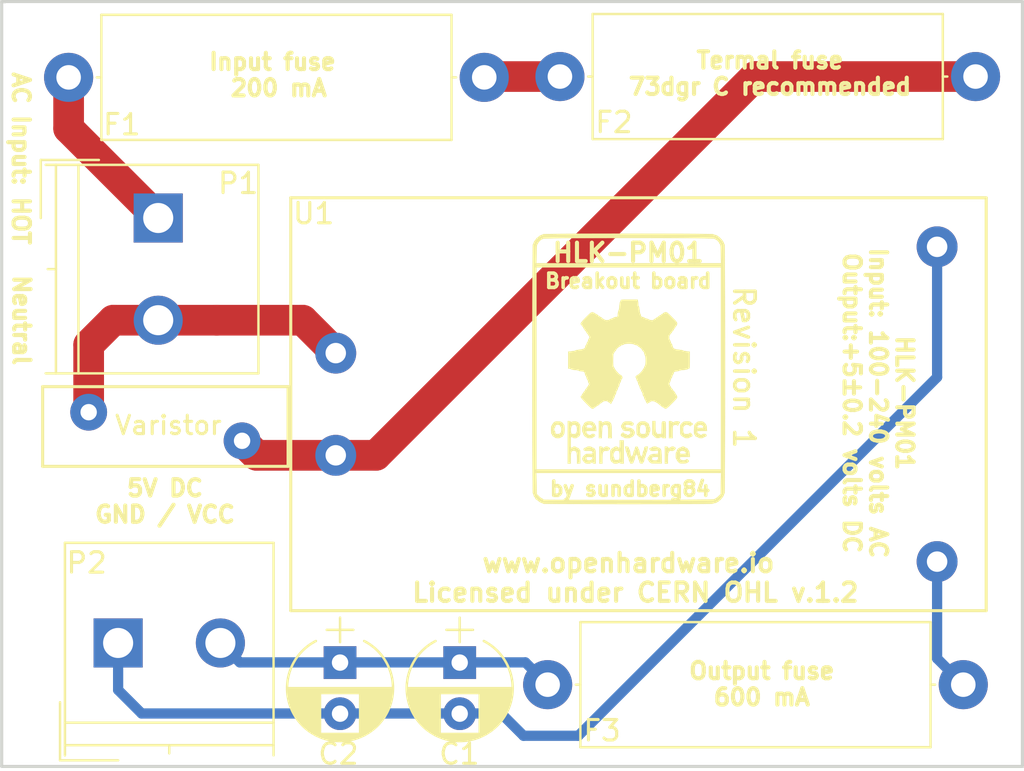
<source format=kicad_pcb>
(kicad_pcb (version 4) (host pcbnew 4.0.4-stable)

  (general
    (links 11)
    (no_connects 0)
    (area 125.425 60.405 182.825001 106.725)
    (thickness 1.6)
    (drawings 19)
    (tracks 34)
    (zones 0)
    (modules 10)
    (nets 8)
  )

  (page A4)
  (layers
    (0 F.Cu signal)
    (31 B.Cu signal)
    (32 B.Adhes user)
    (33 F.Adhes user)
    (34 B.Paste user)
    (35 F.Paste user)
    (36 B.SilkS user)
    (37 F.SilkS user)
    (38 B.Mask user)
    (39 F.Mask user)
    (40 Dwgs.User user)
    (41 Cmts.User user)
    (42 Eco1.User user)
    (43 Eco2.User user)
    (44 Edge.Cuts user)
    (45 Margin user)
    (46 B.CrtYd user)
    (47 F.CrtYd user)
    (48 B.Fab user)
    (49 F.Fab user)
  )

  (setup
    (last_trace_width 1.5)
    (trace_clearance 3)
    (zone_clearance 0.508)
    (zone_45_only no)
    (trace_min 0.2)
    (segment_width 0.2)
    (edge_width 0.15)
    (via_size 1)
    (via_drill 0.4)
    (via_min_size 0.4)
    (via_min_drill 0.3)
    (uvia_size 0.3)
    (uvia_drill 0.1)
    (uvias_allowed no)
    (uvia_min_size 0.2)
    (uvia_min_drill 0.1)
    (pcb_text_width 0.3)
    (pcb_text_size 1.5 1.5)
    (mod_edge_width 0.15)
    (mod_text_size 1 1)
    (mod_text_width 0.15)
    (pad_size 1.524 1.524)
    (pad_drill 0.762)
    (pad_to_mask_clearance 0.2)
    (aux_axis_origin 0 0)
    (visible_elements 7FFFFFFF)
    (pcbplotparams
      (layerselection 0x010f0_80000001)
      (usegerberextensions false)
      (excludeedgelayer true)
      (linewidth 0.100000)
      (plotframeref false)
      (viasonmask false)
      (mode 1)
      (useauxorigin false)
      (hpglpennumber 1)
      (hpglpenspeed 20)
      (hpglpendiameter 15)
      (hpglpenoverlay 2)
      (psnegative false)
      (psa4output false)
      (plotreference true)
      (plotvalue true)
      (plotinvisibletext false)
      (padsonsilk false)
      (subtractmaskfromsilk false)
      (outputformat 1)
      (mirror false)
      (drillshape 0)
      (scaleselection 1)
      (outputdirectory ""))
  )

  (net 0 "")
  (net 1 "Net-(F1-Pad1)")
  (net 2 "Net-(F1-Pad2)")
  (net 3 "Net-(P1-Pad2)")
  (net 4 "Net-(F2-Pad1)")
  (net 5 "Net-(F3-Pad2)")
  (net 6 "Net-(C2-Pad1)")
  (net 7 "Net-(C2-Pad2)")

  (net_class Default "This is the default net class."
    (clearance 3)
    (trace_width 1.5)
    (via_dia 1)
    (via_drill 0.4)
    (uvia_dia 0.3)
    (uvia_drill 0.1)
    (add_net "Net-(C2-Pad1)")
    (add_net "Net-(C2-Pad2)")
    (add_net "Net-(F1-Pad1)")
    (add_net "Net-(F1-Pad2)")
    (add_net "Net-(F2-Pad1)")
    (add_net "Net-(P1-Pad2)")
  )

  (net_class DC ""
    (clearance 1)
    (trace_width 0.5)
    (via_dia 1)
    (via_drill 0.4)
    (uvia_dia 0.3)
    (uvia_drill 0.1)
    (add_net "Net-(F3-Pad2)")
  )

  (module ASKicadLib:HLK-PM01 (layer F.Cu) (tedit 59F34A50) (tstamp 59F33D97)
    (at 161.77 84.27)
    (path /59F353C2)
    (fp_text reference U1 (at -15.78 -9.33) (layer F.SilkS)
      (effects (font (size 1 1) (thickness 0.15)))
    )
    (fp_text value HLK-PM01 (at -12.6 9.1) (layer F.Fab) hide
      (effects (font (size 1 1) (thickness 0.15)))
    )
    (fp_line (start -16.9 -10.1) (end 17.1 -10.1) (layer F.SilkS) (width 0.15))
    (fp_line (start 17.1 -10.1) (end 17.1 10.1) (layer F.SilkS) (width 0.15))
    (fp_line (start 17.1 10.1) (end -16.9 10.1) (layer F.SilkS) (width 0.15))
    (fp_line (start -16.9 10.1) (end -16.9 -10.1) (layer F.SilkS) (width 0.15))
    (pad 4 thru_hole circle (at 14.7 7.7) (size 2 2) (drill 1) (layers *.Cu *.Mask)
      (net 5 "Net-(F3-Pad2)"))
    (pad 3 thru_hole circle (at 14.7 -7.7) (size 2 2) (drill 1) (layers *.Cu *.Mask)
      (net 7 "Net-(C2-Pad2)"))
    (pad 2 thru_hole circle (at -14.7 2.5) (size 2 2) (drill 1) (layers *.Cu *.Mask)
      (net 4 "Net-(F2-Pad1)"))
    (pad 1 thru_hole circle (at -14.7 -2.5) (size 2 2) (drill 1) (layers *.Cu *.Mask)
      (net 3 "Net-(P1-Pad2)"))
  )

  (module Terminal_Blocks:TerminalBlock_Philmore_TB132_02x5mm_Straight (layer F.Cu) (tedit 59F3490B) (tstamp 59F33D83)
    (at 138.39 75.16 270)
    (descr "2-way 5.0mm pitch terminal block, http://www.philmore-datak.com/mc/Page%20197.pdf")
    (tags "screw terminal block")
    (path /59F355A4)
    (fp_text reference P1 (at -1.7 -3.91 360) (layer F.SilkS)
      (effects (font (size 1 1) (thickness 0.15)))
    )
    (fp_text value CONN_01X02 (at 2.6 9.19 270) (layer F.Fab) hide
      (effects (font (size 1 1) (thickness 0.15)))
    )
    (fp_line (start -3 -5.3) (end -3 5.9) (layer F.CrtYd) (width 0.05))
    (fp_line (start -3 5.9) (end 8 5.9) (layer F.CrtYd) (width 0.05))
    (fp_line (start 8 5.9) (end 8 -5.3) (layer F.CrtYd) (width 0.05))
    (fp_line (start 8 -5.3) (end -3 -5.3) (layer F.CrtYd) (width 0.05))
    (fp_line (start -2.5 3.9) (end 7.5 3.9) (layer F.Fab) (width 0.1))
    (fp_line (start -2.5 5) (end 7.5 5) (layer F.Fab) (width 0.1))
    (fp_line (start -2.5 5.4) (end -2.5 -4.8) (layer F.Fab) (width 0.1))
    (fp_line (start -2.5 -4.8) (end 7.5 -4.8) (layer F.Fab) (width 0.1))
    (fp_line (start 7.5 -4.8) (end 7.5 5.4) (layer F.Fab) (width 0.1))
    (fp_line (start 2.5 5) (end 2.5 5.4) (layer F.Fab) (width 0.1))
    (fp_line (start -2.84 2.9) (end -2.84 5.74) (layer F.Fab) (width 0.1))
    (fp_line (start -2.84 5.74) (end 0 5.74) (layer F.Fab) (width 0.1))
    (fp_line (start -2.6 3.9) (end 7.6 3.9) (layer F.SilkS) (width 0.12))
    (fp_line (start -2.6 5) (end 7.6 5) (layer F.SilkS) (width 0.12))
    (fp_line (start -2.6 5.5) (end -2.6 -4.9) (layer F.SilkS) (width 0.12))
    (fp_line (start -2.6 -4.9) (end 7.6 -4.9) (layer F.SilkS) (width 0.12))
    (fp_line (start 7.6 -4.9) (end 7.6 5.5) (layer F.SilkS) (width 0.12))
    (fp_line (start 2.5 5) (end 2.5 5.4) (layer F.SilkS) (width 0.12))
    (fp_line (start -2.84 2.9) (end -2.84 5.74) (layer F.SilkS) (width 0.12))
    (fp_line (start -2.84 5.74) (end 0 5.74) (layer F.SilkS) (width 0.12))
    (fp_text user %R (at 2.5 0.3 270) (layer F.Fab) hide
      (effects (font (size 1 1) (thickness 0.15)))
    )
    (pad 1 thru_hole rect (at 0 0 270) (size 2.4 2.4) (drill 1.47) (layers *.Cu *.Mask)
      (net 1 "Net-(F1-Pad1)"))
    (pad 2 thru_hole circle (at 5 0 270) (size 2.4 2.4) (drill 1.47) (layers *.Cu *.Mask)
      (net 3 "Net-(P1-Pad2)"))
    (model ${KISYS3DMOD}/Connectors_Terminal_Blocks.3dshapes/TerminalBlock_Philmore_TB132_02x5mm_Straight.wrl
      (at (xyz 0 0 0))
      (scale (xyz 1 1 1))
      (rotate (xyz 0 0 0))
    )
  )

  (module Terminal_Blocks:TerminalBlock_Philmore_TB132_02x5mm_Straight (layer F.Cu) (tedit 59F348EF) (tstamp 59F33D89)
    (at 136.43 95.95)
    (descr "2-way 5.0mm pitch terminal block, http://www.philmore-datak.com/mc/Page%20197.pdf")
    (tags "screw terminal block")
    (path /59F35607)
    (fp_text reference P2 (at -1.54 -3.92) (layer F.SilkS)
      (effects (font (size 1 1) (thickness 0.15)))
    )
    (fp_text value CONN_01X02 (at 2.5 6.9) (layer F.Fab) hide
      (effects (font (size 1 1) (thickness 0.15)))
    )
    (fp_line (start -3 -5.3) (end -3 5.9) (layer F.CrtYd) (width 0.05))
    (fp_line (start -3 5.9) (end 8 5.9) (layer F.CrtYd) (width 0.05))
    (fp_line (start 8 5.9) (end 8 -5.3) (layer F.CrtYd) (width 0.05))
    (fp_line (start 8 -5.3) (end -3 -5.3) (layer F.CrtYd) (width 0.05))
    (fp_line (start -2.5 3.9) (end 7.5 3.9) (layer F.Fab) (width 0.1))
    (fp_line (start -2.5 5) (end 7.5 5) (layer F.Fab) (width 0.1))
    (fp_line (start -2.5 5.4) (end -2.5 -4.8) (layer F.Fab) (width 0.1))
    (fp_line (start -2.5 -4.8) (end 7.5 -4.8) (layer F.Fab) (width 0.1))
    (fp_line (start 7.5 -4.8) (end 7.5 5.4) (layer F.Fab) (width 0.1))
    (fp_line (start 2.5 5) (end 2.5 5.4) (layer F.Fab) (width 0.1))
    (fp_line (start -2.84 2.9) (end -2.84 5.74) (layer F.Fab) (width 0.1))
    (fp_line (start -2.84 5.74) (end 0 5.74) (layer F.Fab) (width 0.1))
    (fp_line (start -2.6 3.9) (end 7.6 3.9) (layer F.SilkS) (width 0.12))
    (fp_line (start -2.6 5) (end 7.6 5) (layer F.SilkS) (width 0.12))
    (fp_line (start -2.6 5.5) (end -2.6 -4.9) (layer F.SilkS) (width 0.12))
    (fp_line (start -2.6 -4.9) (end 7.6 -4.9) (layer F.SilkS) (width 0.12))
    (fp_line (start 7.6 -4.9) (end 7.6 5.5) (layer F.SilkS) (width 0.12))
    (fp_line (start 2.5 5) (end 2.5 5.4) (layer F.SilkS) (width 0.12))
    (fp_line (start -2.84 2.9) (end -2.84 5.74) (layer F.SilkS) (width 0.12))
    (fp_line (start -2.84 5.74) (end 0 5.74) (layer F.SilkS) (width 0.12))
    (fp_text user %R (at 2.5 0.3) (layer F.Fab)
      (effects (font (size 1 1) (thickness 0.15)))
    )
    (pad 1 thru_hole rect (at 0 0) (size 2.4 2.4) (drill 1.47) (layers *.Cu *.Mask)
      (net 7 "Net-(C2-Pad2)"))
    (pad 2 thru_hole circle (at 5 0) (size 2.4 2.4) (drill 1.47) (layers *.Cu *.Mask)
      (net 6 "Net-(C2-Pad1)"))
    (model ${KISYS3DMOD}/Connectors_Terminal_Blocks.3dshapes/TerminalBlock_Philmore_TB132_02x5mm_Straight.wrl
      (at (xyz 0 0 0))
      (scale (xyz 1 1 1))
      (rotate (xyz 0 0 0))
    )
  )

  (module Varistors:RV_Disc_D12_W3.9_P7.5 (layer F.Cu) (tedit 59F38E70) (tstamp 59F33D9D)
    (at 142.49 86.06 180)
    (tags "varistor SIOV")
    (path /59F35C71)
    (fp_text reference Varistor (at 3.6 0.76 180) (layer F.SilkS)
      (effects (font (size 0.9 0.9) (thickness 0.15)))
    )
    (fp_text value VR (at 3.75 -2.25 180) (layer F.Fab) hide
      (effects (font (size 1 1) (thickness 0.15)))
    )
    (fp_line (start -2.5 2.9) (end 10 2.9) (layer F.CrtYd) (width 0.05))
    (fp_line (start -2.5 -1.5) (end 10 -1.5) (layer F.CrtYd) (width 0.05))
    (fp_line (start 10 -1.5) (end 10 2.9) (layer F.CrtYd) (width 0.05))
    (fp_line (start -2.5 -1.5) (end -2.5 2.9) (layer F.CrtYd) (width 0.05))
    (fp_line (start -2.25 2.65) (end 9.75 2.65) (layer F.SilkS) (width 0.15))
    (fp_line (start -2.25 -1.25) (end 9.75 -1.25) (layer F.SilkS) (width 0.15))
    (fp_line (start 9.75 -1.25) (end 9.75 2.65) (layer F.SilkS) (width 0.15))
    (fp_line (start -2.25 -1.25) (end -2.25 2.65) (layer F.SilkS) (width 0.15))
    (pad 1 thru_hole circle (at 0 0 180) (size 1.8 1.8) (drill 0.8) (layers *.Cu *.Mask)
      (net 4 "Net-(F2-Pad1)"))
    (pad 2 thru_hole circle (at 7.5 1.4 180) (size 1.8 1.8) (drill 0.8) (layers *.Cu *.Mask)
      (net 3 "Net-(P1-Pad2)"))
  )

  (module Resistors_ThroughHole:R_Axial_DIN0617_L17.0mm_D6.0mm_P20.32mm_Horizontal (layer F.Cu) (tedit 59F348FE) (tstamp 59F34132)
    (at 134.01 68.28)
    (descr "Resistor, Axial_DIN0617 series, Axial, Horizontal, pin pitch=20.32mm, 2W, length*diameter=17*6mm^2, http://www.vishay.com/docs/20128/wkxwrx.pdf")
    (tags "Resistor Axial_DIN0617 series Axial Horizontal pin pitch 20.32mm 2W length 17mm diameter 6mm")
    (path /59F35935)
    (fp_text reference F1 (at 2.6 2.31) (layer F.SilkS)
      (effects (font (size 1 1) (thickness 0.15)))
    )
    (fp_text value FUSE (at 10.16 4.06) (layer F.Fab) hide
      (effects (font (size 1 1) (thickness 0.15)))
    )
    (fp_line (start 1.66 -3) (end 1.66 3) (layer F.Fab) (width 0.1))
    (fp_line (start 1.66 3) (end 18.66 3) (layer F.Fab) (width 0.1))
    (fp_line (start 18.66 3) (end 18.66 -3) (layer F.Fab) (width 0.1))
    (fp_line (start 18.66 -3) (end 1.66 -3) (layer F.Fab) (width 0.1))
    (fp_line (start 0 0) (end 1.66 0) (layer F.Fab) (width 0.1))
    (fp_line (start 20.32 0) (end 18.66 0) (layer F.Fab) (width 0.1))
    (fp_line (start 1.6 -3.06) (end 1.6 3.06) (layer F.SilkS) (width 0.12))
    (fp_line (start 1.6 3.06) (end 18.72 3.06) (layer F.SilkS) (width 0.12))
    (fp_line (start 18.72 3.06) (end 18.72 -3.06) (layer F.SilkS) (width 0.12))
    (fp_line (start 18.72 -3.06) (end 1.6 -3.06) (layer F.SilkS) (width 0.12))
    (fp_line (start 1.38 0) (end 1.6 0) (layer F.SilkS) (width 0.12))
    (fp_line (start 18.94 0) (end 18.72 0) (layer F.SilkS) (width 0.12))
    (fp_line (start -1.45 -3.35) (end -1.45 3.35) (layer F.CrtYd) (width 0.05))
    (fp_line (start -1.45 3.35) (end 21.8 3.35) (layer F.CrtYd) (width 0.05))
    (fp_line (start 21.8 3.35) (end 21.8 -3.35) (layer F.CrtYd) (width 0.05))
    (fp_line (start 21.8 -3.35) (end -1.45 -3.35) (layer F.CrtYd) (width 0.05))
    (pad 1 thru_hole circle (at 0 0) (size 2.4 2.4) (drill 1.2) (layers *.Cu *.Mask)
      (net 1 "Net-(F1-Pad1)"))
    (pad 2 thru_hole oval (at 20.32 0) (size 2.4 2.4) (drill 1.2) (layers *.Cu *.Mask)
      (net 2 "Net-(F1-Pad2)"))
    (model ${KISYS3DMOD}/Resistors_THT.3dshapes/R_Axial_DIN0617_L17.0mm_D6.0mm_P20.32mm_Horizontal.wrl
      (at (xyz 0 0 0))
      (scale (xyz 0.393701 0.393701 0.393701))
      (rotate (xyz 0 0 0))
    )
  )

  (module Resistors_ThroughHole:R_Axial_DIN0617_L17.0mm_D6.0mm_P20.32mm_Horizontal (layer F.Cu) (tedit 59F34903) (tstamp 59F34137)
    (at 178.35 68.24 180)
    (descr "Resistor, Axial_DIN0617 series, Axial, Horizontal, pin pitch=20.32mm, 2W, length*diameter=17*6mm^2, http://www.vishay.com/docs/20128/wkxwrx.pdf")
    (tags "Resistor Axial_DIN0617 series Axial Horizontal pin pitch 20.32mm 2W length 17mm diameter 6mm")
    (path /59F359D8)
    (fp_text reference F2 (at 17.68 -2.24 180) (layer F.SilkS)
      (effects (font (size 1 1) (thickness 0.15)))
    )
    (fp_text value FUSE (at 10.16 4.06 180) (layer F.Fab) hide
      (effects (font (size 1 1) (thickness 0.15)))
    )
    (fp_line (start 1.66 -3) (end 1.66 3) (layer F.Fab) (width 0.1))
    (fp_line (start 1.66 3) (end 18.66 3) (layer F.Fab) (width 0.1))
    (fp_line (start 18.66 3) (end 18.66 -3) (layer F.Fab) (width 0.1))
    (fp_line (start 18.66 -3) (end 1.66 -3) (layer F.Fab) (width 0.1))
    (fp_line (start 0 0) (end 1.66 0) (layer F.Fab) (width 0.1))
    (fp_line (start 20.32 0) (end 18.66 0) (layer F.Fab) (width 0.1))
    (fp_line (start 1.6 -3.06) (end 1.6 3.06) (layer F.SilkS) (width 0.12))
    (fp_line (start 1.6 3.06) (end 18.72 3.06) (layer F.SilkS) (width 0.12))
    (fp_line (start 18.72 3.06) (end 18.72 -3.06) (layer F.SilkS) (width 0.12))
    (fp_line (start 18.72 -3.06) (end 1.6 -3.06) (layer F.SilkS) (width 0.12))
    (fp_line (start 1.38 0) (end 1.6 0) (layer F.SilkS) (width 0.12))
    (fp_line (start 18.94 0) (end 18.72 0) (layer F.SilkS) (width 0.12))
    (fp_line (start -1.45 -3.35) (end -1.45 3.35) (layer F.CrtYd) (width 0.05))
    (fp_line (start -1.45 3.35) (end 21.8 3.35) (layer F.CrtYd) (width 0.05))
    (fp_line (start 21.8 3.35) (end 21.8 -3.35) (layer F.CrtYd) (width 0.05))
    (fp_line (start 21.8 -3.35) (end -1.45 -3.35) (layer F.CrtYd) (width 0.05))
    (pad 1 thru_hole circle (at 0 0 180) (size 2.4 2.4) (drill 1.2) (layers *.Cu *.Mask)
      (net 4 "Net-(F2-Pad1)"))
    (pad 2 thru_hole oval (at 20.32 0 180) (size 2.4 2.4) (drill 1.2) (layers *.Cu *.Mask)
      (net 2 "Net-(F1-Pad2)"))
    (model ${KISYS3DMOD}/Resistors_THT.3dshapes/R_Axial_DIN0617_L17.0mm_D6.0mm_P20.32mm_Horizontal.wrl
      (at (xyz 0 0 0))
      (scale (xyz 0.393701 0.393701 0.393701))
      (rotate (xyz 0 0 0))
    )
  )

  (module Resistors_ThroughHole:R_Axial_DIN0617_L17.0mm_D6.0mm_P20.32mm_Horizontal (layer F.Cu) (tedit 59F34411) (tstamp 59F3413C)
    (at 157.43 97.99)
    (descr "Resistor, Axial_DIN0617 series, Axial, Horizontal, pin pitch=20.32mm, 2W, length*diameter=17*6mm^2, http://www.vishay.com/docs/20128/wkxwrx.pdf")
    (tags "Resistor Axial_DIN0617 series Axial Horizontal pin pitch 20.32mm 2W length 17mm diameter 6mm")
    (path /59F35A15)
    (fp_text reference F3 (at 2.66 2.25) (layer F.SilkS)
      (effects (font (size 1 1) (thickness 0.15)))
    )
    (fp_text value FUSE (at 10.16 4.06) (layer F.Fab) hide
      (effects (font (size 1 1) (thickness 0.15)))
    )
    (fp_line (start 1.66 -3) (end 1.66 3) (layer F.Fab) (width 0.1))
    (fp_line (start 1.66 3) (end 18.66 3) (layer F.Fab) (width 0.1))
    (fp_line (start 18.66 3) (end 18.66 -3) (layer F.Fab) (width 0.1))
    (fp_line (start 18.66 -3) (end 1.66 -3) (layer F.Fab) (width 0.1))
    (fp_line (start 0 0) (end 1.66 0) (layer F.Fab) (width 0.1))
    (fp_line (start 20.32 0) (end 18.66 0) (layer F.Fab) (width 0.1))
    (fp_line (start 1.6 -3.06) (end 1.6 3.06) (layer F.SilkS) (width 0.12))
    (fp_line (start 1.6 3.06) (end 18.72 3.06) (layer F.SilkS) (width 0.12))
    (fp_line (start 18.72 3.06) (end 18.72 -3.06) (layer F.SilkS) (width 0.12))
    (fp_line (start 18.72 -3.06) (end 1.6 -3.06) (layer F.SilkS) (width 0.12))
    (fp_line (start 1.38 0) (end 1.6 0) (layer F.SilkS) (width 0.12))
    (fp_line (start 18.94 0) (end 18.72 0) (layer F.SilkS) (width 0.12))
    (fp_line (start -1.45 -3.35) (end -1.45 3.35) (layer F.CrtYd) (width 0.05))
    (fp_line (start -1.45 3.35) (end 21.8 3.35) (layer F.CrtYd) (width 0.05))
    (fp_line (start 21.8 3.35) (end 21.8 -3.35) (layer F.CrtYd) (width 0.05))
    (fp_line (start 21.8 -3.35) (end -1.45 -3.35) (layer F.CrtYd) (width 0.05))
    (pad 1 thru_hole circle (at 0 0) (size 2.4 2.4) (drill 1.2) (layers *.Cu *.Mask)
      (net 6 "Net-(C2-Pad1)"))
    (pad 2 thru_hole oval (at 20.32 0) (size 2.4 2.4) (drill 1.2) (layers *.Cu *.Mask)
      (net 5 "Net-(F3-Pad2)"))
    (model ${KISYS3DMOD}/Resistors_THT.3dshapes/R_Axial_DIN0617_L17.0mm_D6.0mm_P20.32mm_Horizontal.wrl
      (at (xyz 0 0 0))
      (scale (xyz 0.393701 0.393701 0.393701))
      (rotate (xyz 0 0 0))
    )
  )

  (module graphicslogo:OpenSourceLogo_1000x1000_neg (layer F.Cu) (tedit 0) (tstamp 59F34A88)
    (at 161.38 82.53)
    (fp_text reference G*** (at 0 0) (layer F.SilkS) hide
      (effects (font (thickness 0.3)))
    )
    (fp_text value LOGO (at 0.75 0) (layer F.SilkS) hide
      (effects (font (thickness 0.3)))
    )
    (fp_poly (pts (xy 0.461072 -6.603867) (xy 0.91725 -6.603476) (xy 1.353394 -6.60284) (xy 1.767064 -6.601971)
      (xy 2.15582 -6.600884) (xy 2.517221 -6.599591) (xy 2.848828 -6.598105) (xy 3.148201 -6.596439)
      (xy 3.412899 -6.594607) (xy 3.640483 -6.59262) (xy 3.828513 -6.590493) (xy 3.974549 -6.588238)
      (xy 4.07615 -6.585868) (xy 4.130876 -6.583396) (xy 4.1402 -6.581847) (xy 4.162636 -6.564413)
      (xy 4.218713 -6.547719) (xy 4.2418 -6.543447) (xy 4.305319 -6.527743) (xy 4.340747 -6.508217)
      (xy 4.3434 -6.5021) (xy 4.363158 -6.478274) (xy 4.372193 -6.477) (xy 4.411688 -6.457911)
      (xy 4.468976 -6.408577) (xy 4.533488 -6.3409) (xy 4.594658 -6.266782) (xy 4.641916 -6.198124)
      (xy 4.664513 -6.147784) (xy 4.681595 -6.093994) (xy 4.701545 -6.070631) (xy 4.702175 -6.0706)
      (xy 4.704297 -6.045528) (xy 4.706354 -5.971623) (xy 4.708337 -5.850853) (xy 4.71024 -5.685184)
      (xy 4.712055 -5.476584) (xy 4.713774 -5.227019) (xy 4.715392 -4.938458) (xy 4.7169 -4.612866)
      (xy 4.718292 -4.252213) (xy 4.71956 -3.858463) (xy 4.720696 -3.433586) (xy 4.721695 -2.979547)
      (xy 4.722549 -2.498314) (xy 4.72325 -1.991854) (xy 4.723791 -1.462135) (xy 4.724165 -0.911123)
      (xy 4.724366 -0.340786) (xy 4.7244 0.0127) (xy 4.724308 0.59377) (xy 4.724038 1.156704)
      (xy 4.723597 1.699536) (xy 4.722991 2.220298) (xy 4.722229 2.717023) (xy 4.721318 3.187744)
      (xy 4.720263 3.630493) (xy 4.719074 4.043304) (xy 4.717756 4.424209) (xy 4.716318 4.771241)
      (xy 4.714765 5.082433) (xy 4.713107 5.355817) (xy 4.711348 5.589428) (xy 4.709498 5.781296)
      (xy 4.707563 5.929456) (xy 4.70555 6.03194) (xy 4.703466 6.086781) (xy 4.702175 6.096)
      (xy 4.682478 6.118006) (xy 4.6649 6.171408) (xy 4.66401 6.175697) (xy 4.633341 6.250603)
      (xy 4.584635 6.314184) (xy 4.541425 6.361402) (xy 4.521374 6.39745) (xy 4.5212 6.399587)
      (xy 4.500851 6.423662) (xy 4.485817 6.4262) (xy 4.446605 6.446688) (xy 4.435814 6.4643)
      (xy 4.407937 6.497978) (xy 4.393182 6.5024) (xy 4.353833 6.518772) (xy 4.327071 6.5405)
      (xy 4.27436 6.568704) (xy 4.214585 6.5786) (xy 4.161872 6.586122) (xy 4.1402 6.604)
      (xy 4.114824 6.607774) (xy 4.038792 6.611249) (xy 3.912248 6.614422) (xy 3.735334 6.617293)
      (xy 3.508193 6.619861) (xy 3.230969 6.622126) (xy 2.903805 6.624086) (xy 2.526844 6.62574)
      (xy 2.100229 6.627088) (xy 1.624103 6.628128) (xy 1.098609 6.62886) (xy 0.523892 6.629283)
      (xy -0.0127 6.6294) (xy -0.48961 6.629266) (xy -0.948302 6.628873) (xy -1.386375 6.628234)
      (xy -1.801428 6.627362) (xy -2.191058 6.626269) (xy -2.552864 6.624969) (xy -2.884446 6.623474)
      (xy -3.183401 6.621797) (xy -3.447328 6.61995) (xy -3.673826 6.617948) (xy -3.860492 6.615803)
      (xy -4.004926 6.613527) (xy -4.104726 6.611133) (xy -4.157491 6.608634) (xy -4.1656 6.607175)
      (xy -4.187607 6.587478) (xy -4.241009 6.5699) (xy -4.245298 6.56901) (xy -4.321519 6.538009)
      (xy -4.381032 6.492605) (xy -4.437231 6.444127) (xy -4.48931 6.41556) (xy -4.535452 6.379762)
      (xy -4.557259 6.336389) (xy -4.577259 6.289258) (xy -4.596733 6.2738) (xy -4.616568 6.251598)
      (xy -4.634693 6.196965) (xy -4.637176 6.1849) (xy -4.653806 6.126293) (xy -4.673202 6.096825)
      (xy -4.676427 6.096) (xy -4.678654 6.0709) (xy -4.680801 5.996806) (xy -4.682863 5.87552)
      (xy -4.684833 5.708848) (xy -4.686703 5.498595) (xy -4.688468 5.246564) (xy -4.689266 5.1054)
      (xy -4.500316 5.1054) (xy -4.491708 5.620002) (xy -4.4831 6.134605) (xy -4.372088 6.242302)
      (xy -4.307561 6.299647) (xy -4.253242 6.338712) (xy -4.226038 6.35) (xy -4.194235 6.363687)
      (xy -4.191 6.373537) (xy -4.170085 6.399) (xy -4.14655 6.408805) (xy -4.116656 6.410071)
      (xy -4.038661 6.411257) (xy -3.915262 6.412357) (xy -3.749157 6.413366) (xy -3.543046 6.414279)
      (xy -3.299626 6.41509) (xy -3.021595 6.415795) (xy -2.711653 6.416387) (xy -2.372496 6.416862)
      (xy -2.006823 6.417214) (xy -1.617333 6.417439) (xy -1.206724 6.41753) (xy -0.777694 6.417482)
      (xy -0.332941 6.417291) (xy 0.048684 6.417017) (xy 0.606217 6.416474) (xy 1.114902 6.415821)
      (xy 1.576689 6.415042) (xy 1.993529 6.41412) (xy 2.367374 6.413039) (xy 2.700175 6.411782)
      (xy 2.993883 6.410332) (xy 3.250448 6.408673) (xy 3.471823 6.406789) (xy 3.659958 6.404663)
      (xy 3.816805 6.402278) (xy 3.944314 6.399618) (xy 4.044437 6.396667) (xy 4.119124 6.393407)
      (xy 4.170328 6.389823) (xy 4.199999 6.385897) (xy 4.210051 6.38175) (xy 4.240892 6.352172)
      (xy 4.253553 6.35) (xy 4.288191 6.333385) (xy 4.34457 6.290274) (xy 4.397487 6.242302)
      (xy 4.5085 6.134605) (xy 4.517107 5.620002) (xy 4.525715 5.1054) (xy -4.500316 5.1054)
      (xy -4.689266 5.1054) (xy -4.69012 4.954561) (xy -4.691653 4.624389) (xy -4.693061 4.257854)
      (xy -4.694336 3.856759) (xy -4.695472 3.422911) (xy -4.696462 2.958112) (xy -4.697299 2.464168)
      (xy -4.697977 1.942883) (xy -4.698489 1.396062) (xy -4.698828 0.825508) (xy -4.698988 0.233028)
      (xy -4.699 0.0127) (xy -4.698909 -0.568371) (xy -4.698639 -1.131305) (xy -4.698198 -1.674137)
      (xy -4.697592 -2.194899) (xy -4.69683 -2.691624) (xy -4.695919 -3.162345) (xy -4.694864 -3.605094)
      (xy -4.693675 -4.017905) (xy -4.692357 -4.39881) (xy -4.690919 -4.745842) (xy -4.689886 -4.953)
      (xy -4.4958 -4.953) (xy -4.4958 4.9276) (xy 4.5212 4.9276) (xy 4.5212 -4.953)
      (xy -4.4958 -4.953) (xy -4.689886 -4.953) (xy -4.689366 -5.057034) (xy -4.688765 -5.1562)
      (xy -4.499007 -5.1562) (xy 4.524406 -5.1562) (xy 4.516453 -5.617669) (xy 4.512383 -5.794812)
      (xy 4.506866 -5.925856) (xy 4.499506 -6.015494) (xy 4.489909 -6.068416) (xy 4.47768 -6.089312)
      (xy 4.47675 -6.089685) (xy 4.44729 -6.120844) (xy 4.445 -6.134263) (xy 4.426738 -6.175115)
      (xy 4.382232 -6.22962) (xy 4.326898 -6.282361) (xy 4.276151 -6.317921) (xy 4.254662 -6.3246)
      (xy 4.216439 -6.344544) (xy 4.21005 -6.35635) (xy 4.183703 -6.360667) (xy 4.109793 -6.3647)
      (xy 3.991555 -6.368448) (xy 3.832224 -6.371913) (xy 3.635036 -6.375094) (xy 3.403227 -6.37799)
      (xy 3.140032 -6.380603) (xy 2.848686 -6.382932) (xy 2.532426 -6.384977) (xy 2.194486 -6.386737)
      (xy 1.838102 -6.388214) (xy 1.466511 -6.389407) (xy 1.082946 -6.390316) (xy 0.690645 -6.390941)
      (xy 0.292842 -6.391282) (xy -0.107227 -6.391338) (xy -0.506327 -6.391111) (xy -0.901221 -6.3906)
      (xy -1.288675 -6.389805) (xy -1.665452 -6.388726) (xy -2.028318 -6.387363) (xy -2.374037 -6.385716)
      (xy -2.699372 -6.383785) (xy -3.00109 -6.38157) (xy -3.275953 -6.379071) (xy -3.520727 -6.376288)
      (xy -3.732176 -6.373222) (xy -3.907065 -6.369871) (xy -4.042157 -6.366236) (xy -4.134218 -6.362317)
      (xy -4.180011 -6.358114) (xy -4.18465 -6.35635) (xy -4.215847 -6.32689) (xy -4.229263 -6.3246)
      (xy -4.270115 -6.306339) (xy -4.32462 -6.261833) (xy -4.377361 -6.206499) (xy -4.412921 -6.155752)
      (xy -4.4196 -6.134263) (xy -4.43954 -6.096064) (xy -4.45135 -6.089685) (xy -4.463771 -6.070783)
      (xy -4.473533 -6.020172) (xy -4.481032 -5.933162) (xy -4.486662 -5.805062) (xy -4.490817 -5.63118)
      (xy -4.491054 -5.617669) (xy -4.499007 -5.1562) (xy -4.688765 -5.1562) (xy -4.687708 -5.330418)
      (xy -4.685949 -5.564029) (xy -4.684099 -5.755897) (xy -4.682164 -5.904057) (xy -4.680151 -6.006541)
      (xy -4.678067 -6.061382) (xy -4.676776 -6.0706) (xy -4.657079 -6.092607) (xy -4.639501 -6.146009)
      (xy -4.638611 -6.150298) (xy -4.607942 -6.225204) (xy -4.559236 -6.288785) (xy -4.516026 -6.336003)
      (xy -4.495975 -6.372051) (xy -4.495801 -6.374188) (xy -4.476346 -6.399817) (xy -4.469188 -6.4008)
      (xy -4.435216 -6.417897) (xy -4.388221 -6.459528) (xy -4.383785 -6.464236) (xy -4.3175 -6.514491)
      (xy -4.245298 -6.543611) (xy -4.190451 -6.560717) (xy -4.165715 -6.580557) (xy -4.1656 -6.581775)
      (xy -4.140601 -6.584328) (xy -4.067203 -6.586783) (xy -3.947807 -6.589127) (xy -3.784817 -6.591348)
      (xy -3.580632 -6.593433) (xy -3.337655 -6.59537) (xy -3.058287 -6.597144) (xy -2.744929 -6.598744)
      (xy -2.399983 -6.600157) (xy -2.02585 -6.601369) (xy -1.624932 -6.602368) (xy -1.199631 -6.603141)
      (xy -0.752347 -6.603675) (xy -0.285483 -6.603957) (xy -0.0127 -6.604) (xy 0.461072 -6.603867)) (layer F.SilkS) (width 0.01))
    (fp_poly (pts (xy -2.838083 2.574665) (xy -2.819143 2.606097) (xy -2.819012 2.60985) (xy -2.814849 2.639215)
      (xy -2.797442 2.620742) (xy -2.794538 2.6162) (xy -2.757128 2.593626) (xy -2.691184 2.580455)
      (xy -2.614654 2.577066) (xy -2.545484 2.583841) (xy -2.501623 2.601161) (xy -2.49555 2.60985)
      (xy -2.464373 2.638896) (xy -2.448984 2.6416) (xy -2.416668 2.661802) (xy -2.413 2.677583)
      (xy -2.39403 2.716853) (xy -2.38125 2.724191) (xy -2.365191 2.74791) (xy -2.355243 2.809508)
      (xy -2.350814 2.914032) (xy -2.350493 2.986658) (xy -2.352507 3.108214) (xy -2.358647 3.190507)
      (xy -2.370774 3.24502) (xy -2.390751 3.283241) (xy -2.400588 3.29565) (xy -2.446153 3.336951)
      (xy -2.482145 3.3528) (xy -2.512152 3.368547) (xy -2.5146 3.3782) (xy -2.537134 3.394105)
      (xy -2.593426 3.402952) (xy -2.6162 3.4036) (xy -2.679832 3.398622) (xy -2.715215 3.386186)
      (xy -2.7178 3.381162) (xy -2.738939 3.357447) (xy -2.7686 3.34544) (xy -2.790943 3.342342)
      (xy -2.805549 3.35266) (xy -2.814058 3.384819) (xy -2.818107 3.447246) (xy -2.819333 3.548365)
      (xy -2.8194 3.6068) (xy -2.818893 3.727456) (xy -2.816278 3.805741) (xy -2.809918 3.85008)
      (xy -2.798175 3.868898) (xy -2.779412 3.870622) (xy -2.7686 3.868159) (xy -2.727424 3.848055)
      (xy -2.7178 3.832437) (xy -2.695716 3.816679) (xy -2.642511 3.810001) (xy -2.6416 3.81)
      (xy -2.588089 3.816775) (xy -2.565406 3.833098) (xy -2.5654 3.833381) (xy -2.543504 3.854553)
      (xy -2.490682 3.87317) (xy -2.4892 3.8735) (xy -2.435791 3.895028) (xy -2.41301 3.923652)
      (xy -2.413 3.924201) (xy -2.393027 3.962366) (xy -2.38125 3.968715) (xy -2.367074 3.989301)
      (xy -2.357399 4.043582) (xy -2.351726 4.136881) (xy -2.349558 4.274523) (xy -2.3495 4.307381)
      (xy -2.3495 4.6355) (xy -2.5146 4.651418) (xy -2.5146 4.383399) (xy -2.518386 4.235294)
      (xy -2.531614 4.130905) (xy -2.55709 4.063584) (xy -2.597619 4.026685) (xy -2.656006 4.013558)
      (xy -2.670831 4.0132) (xy -2.730288 4.019544) (xy -2.77176 4.043481) (xy -2.798302 4.092362)
      (xy -2.812971 4.17354) (xy -2.818825 4.294369) (xy -2.8194 4.370614) (xy -2.8194 4.6482)
      (xy -2.9718 4.6482) (xy -2.9718 3.040976) (xy -2.816632 3.040976) (xy -2.808678 3.109891)
      (xy -2.794998 3.165829) (xy -2.771194 3.192116) (xy -2.721199 3.199929) (xy -2.67855 3.2004)
      (xy -2.603631 3.195314) (xy -2.569762 3.178057) (xy -2.5654 3.1623) (xy -2.551685 3.128498)
      (xy -2.54 3.1242) (xy -2.526471 3.101064) (xy -2.517298 3.040625) (xy -2.5146 2.9718)
      (xy -2.518456 2.890623) (xy -2.52853 2.835587) (xy -2.54 2.8194) (xy -2.562535 2.798827)
      (xy -2.5654 2.7813) (xy -2.58621 2.753671) (xy -2.63632 2.743231) (xy -2.697249 2.749913)
      (xy -2.750518 2.773652) (xy -2.760225 2.781996) (xy -2.793424 2.84285) (xy -2.813118 2.935217)
      (xy -2.816632 3.040976) (xy -2.9718 3.040976) (xy -2.9718 2.5654) (xy -2.8956 2.5654)
      (xy -2.838083 2.574665)) (layer F.SilkS) (width 0.01))
    (fp_poly (pts (xy -1.849529 3.814644) (xy -1.808641 3.826396) (xy -1.8034 3.833381) (xy -1.781504 3.854553)
      (xy -1.728682 3.87317) (xy -1.7272 3.8735) (xy -1.673776 3.895648) (xy -1.65101 3.925756)
      (xy -1.651 3.926318) (xy -1.636622 3.958803) (xy -1.6256 3.9624) (xy -1.614873 3.986942)
      (xy -1.606818 4.057246) (xy -1.601807 4.168322) (xy -1.6002 4.3053) (xy -1.6002 4.6482)
      (xy -1.6764 4.6482) (xy -1.736896 4.63684) (xy -1.7526 4.6101) (xy -1.764872 4.576277)
      (xy -1.775283 4.572) (xy -1.80305 4.592213) (xy -1.812586 4.6101) (xy -1.840863 4.63488)
      (xy -1.906421 4.646354) (xy -1.961353 4.647731) (xy -2.045999 4.643463) (xy -2.102815 4.625225)
      (xy -2.154553 4.583757) (xy -2.17805 4.559517) (xy -2.241799 4.472273) (xy -2.257008 4.392337)
      (xy -2.0574 4.392337) (xy -2.04271 4.457004) (xy -2.01295 4.478291) (xy -1.90185 4.491606)
      (xy -1.820668 4.466437) (xy -1.796345 4.444709) (xy -1.755461 4.385453) (xy -1.755596 4.34676)
      (xy -1.799533 4.325386) (xy -1.890055 4.318084) (xy -1.905 4.318) (xy -1.989361 4.319043)
      (xy -2.034894 4.326065) (xy -2.053574 4.344908) (xy -2.057373 4.381411) (xy -2.0574 4.392337)
      (xy -2.257008 4.392337) (xy -2.257048 4.392132) (xy -2.223731 4.310952) (xy -2.175485 4.253241)
      (xy -2.125805 4.205881) (xy -2.08131 4.179599) (xy -2.024141 4.168231) (xy -1.936442 4.165618)
      (xy -1.921485 4.1656) (xy -1.831454 4.164493) (xy -1.780877 4.158409) (xy -1.758416 4.143198)
      (xy -1.75273 4.114711) (xy -1.7526 4.103811) (xy -1.761914 4.059231) (xy -1.79516 4.031629)
      (xy -1.860295 4.018297) (xy -1.965274 4.016526) (xy -2.00519 4.017823) (xy -2.106438 4.017172)
      (xy -2.164944 4.004615) (xy -2.183559 3.989161) (xy -2.195201 3.933912) (xy -2.16133 3.890282)
      (xy -2.104993 3.869048) (xy -2.053007 3.851989) (xy -2.032 3.832225) (xy -2.009292 3.818968)
      (xy -1.951839 3.811018) (xy -1.9177 3.81) (xy -1.849529 3.814644)) (layer F.SilkS) (width 0.01))
    (fp_poly (pts (xy -1.286818 3.820592) (xy -1.27 3.849811) (xy -1.257288 3.876927) (xy -1.21285 3.871854)
      (xy -1.164833 3.849533) (xy -1.147234 3.832042) (xy -1.119645 3.815648) (xy -1.069181 3.810449)
      (xy -1.018768 3.815953) (xy -0.991331 3.83167) (xy -0.9906 3.8354) (xy -0.970136 3.858181)
      (xy -0.954 3.8608) (xy -0.909391 3.875754) (xy -0.904457 3.914993) (xy -0.94001 3.970085)
      (xy -0.943133 3.973383) (xy -0.999725 4.016093) (xy -1.065528 4.022707) (xy -1.085975 4.019929)
      (xy -1.158969 4.019236) (xy -1.212609 4.051431) (xy -1.220387 4.059422) (xy -1.243116 4.09042)
      (xy -1.257749 4.131992) (xy -1.26597 4.19504) (xy -1.269465 4.290463) (xy -1.27 4.380437)
      (xy -1.27 4.6482) (xy -1.4224 4.6482) (xy -1.4224 3.81) (xy -1.3462 3.81)
      (xy -1.286818 3.820592)) (layer F.SilkS) (width 0.01))
    (fp_poly (pts (xy -0.2286 4.6482) (xy -0.3302 4.6482) (xy -0.39975 4.642384) (xy -0.429133 4.622434)
      (xy -0.4318 4.608285) (xy -0.435785 4.581831) (xy -0.456126 4.593136) (xy -0.471715 4.608285)
      (xy -0.522011 4.634787) (xy -0.59397 4.647648) (xy -0.669044 4.64675) (xy -0.728686 4.631972)
      (xy -0.752815 4.6101) (xy -0.784796 4.576342) (xy -0.802818 4.572) (xy -0.83412 4.551609)
      (xy -0.8382 4.5339) (xy -0.851916 4.500098) (xy -0.8636 4.4958) (xy -0.875383 4.471644)
      (xy -0.883907 4.404026) (xy -0.888448 4.300223) (xy -0.889 4.240587) (xy -0.888926 4.2291)
      (xy -0.7366 4.2291) (xy -0.731556 4.297265) (xy -0.718791 4.338155) (xy -0.7112 4.3434)
      (xy -0.692107 4.365136) (xy -0.6858 4.4069) (xy -0.680909 4.446432) (xy -0.657065 4.46493)
      (xy -0.60052 4.470219) (xy -0.574218 4.4704) (xy -0.492117 4.462807) (xy -0.45149 4.438504)
      (xy -0.447218 4.430222) (xy -0.43727 4.375189) (xy -0.432863 4.289985) (xy -0.433965 4.194934)
      (xy -0.440541 4.110358) (xy -0.44781 4.07035) (xy -0.467404 4.032284) (xy -0.509243 4.01594)
      (xy -0.564141 4.0132) (xy -0.63412 4.019105) (xy -0.668765 4.041128) (xy -0.678441 4.064)
      (xy -0.698545 4.105176) (xy -0.714163 4.1148) (xy -0.727546 4.137507) (xy -0.735572 4.194959)
      (xy -0.7366 4.2291) (xy -0.888926 4.2291) (xy -0.888241 4.123544) (xy -0.884315 4.045612)
      (xy -0.874749 3.995108) (xy -0.857069 3.960347) (xy -0.828802 3.929646) (xy -0.821792 3.923087)
      (xy -0.767871 3.88137) (xy -0.724246 3.861154) (xy -0.720192 3.8608) (xy -0.688842 3.845814)
      (xy -0.6858 3.8354) (xy -0.663729 3.817565) (xy -0.610549 3.810001) (xy -0.6096 3.81)
      (xy -0.556086 3.816502) (xy -0.533406 3.832169) (xy -0.5334 3.832437) (xy -0.512262 3.856152)
      (xy -0.4826 3.868159) (xy -0.456622 3.87125) (xy -0.441422 3.857053) (xy -0.434141 3.815718)
      (xy -0.431916 3.737397) (xy -0.4318 3.693322) (xy -0.4318 3.5052) (xy -0.2286 3.5052)
      (xy -0.2286 4.6482)) (layer F.SilkS) (width 0.01))
    (fp_poly (pts (xy -0.020551 3.817466) (xy 0.007064 3.850077) (xy 0.01651 3.8862) (xy 0.032856 3.939551)
      (xy 0.051115 3.962387) (xy 0.051481 3.9624) (xy 0.064542 3.985403) (xy 0.078632 4.045209)
      (xy 0.0889 4.1148) (xy 0.101392 4.195068) (xy 0.11606 4.250281) (xy 0.127631 4.2672)
      (xy 0.150912 4.288088) (xy 0.160291 4.31165) (xy 0.169468 4.334261) (xy 0.174303 4.308349)
      (xy 0.174853 4.29895) (xy 0.18567 4.254277) (xy 0.200315 4.2418) (xy 0.217109 4.219191)
      (xy 0.233752 4.161962) (xy 0.239972 4.1275) (xy 0.254246 4.05947) (xy 0.270692 4.018549)
      (xy 0.27771 4.0132) (xy 0.294167 3.990771) (xy 0.310316 3.934712) (xy 0.314553 3.9116)
      (xy 0.329711 3.845498) (xy 0.353966 3.816269) (xy 0.394635 3.81) (xy 0.443681 3.821312)
      (xy 0.46868 3.864717) (xy 0.47371 3.8862) (xy 0.490251 3.939556) (xy 0.508974 3.962387)
      (xy 0.509347 3.9624) (xy 0.52336 3.98529) (xy 0.538149 4.044357) (xy 0.547198 4.1021)
      (xy 0.560428 4.1785) (xy 0.576272 4.229242) (xy 0.587126 4.2418) (xy 0.605807 4.263408)
      (xy 0.612546 4.29895) (xy 0.61686 4.333327) (xy 0.625142 4.318854) (xy 0.627108 4.31165)
      (xy 0.647611 4.27399) (xy 0.661387 4.2672) (xy 0.677317 4.244427) (xy 0.693251 4.186183)
      (xy 0.700897 4.1402) (xy 0.714461 4.067858) (xy 0.730709 4.021865) (xy 0.739872 4.0132)
      (xy 0.756713 3.991508) (xy 0.762 3.951777) (xy 0.771848 3.867697) (xy 0.805499 3.823142)
      (xy 0.869106 3.81) (xy 0.946344 3.81) (xy 0.928718 3.942873) (xy 0.914811 4.020302)
      (xy 0.898268 4.074757) (xy 0.888539 4.089684) (xy 0.870889 4.121433) (xy 0.853701 4.184289)
      (xy 0.848847 4.210811) (xy 0.834412 4.276308) (xy 0.818389 4.314224) (xy 0.812825 4.318)
      (xy 0.799054 4.340758) (xy 0.784493 4.398972) (xy 0.777097 4.445) (xy 0.7631 4.517352)
      (xy 0.745749 4.563345) (xy 0.735725 4.572) (xy 0.714214 4.592694) (xy 0.7112 4.611709)
      (xy 0.696836 4.639103) (xy 0.647032 4.644867) (xy 0.62865 4.643459) (xy 0.57046 4.631144)
      (xy 0.545396 4.598029) (xy 0.53814 4.55295) (xy 0.527087 4.496729) (xy 0.510854 4.470628)
      (xy 0.509274 4.4704) (xy 0.493441 4.447798) (xy 0.477377 4.390586) (xy 0.471227 4.3561)
      (xy 0.456642 4.288061) (xy 0.439413 4.247142) (xy 0.43193 4.2418) (xy 0.412531 4.219883)
      (xy 0.399192 4.17195) (xy 0.388611 4.1021) (xy 0.384805 4.17195) (xy 0.374324 4.222698)
      (xy 0.356474 4.2418) (xy 0.33948 4.264578) (xy 0.32287 4.322837) (xy 0.315102 4.3688)
      (xy 0.301843 4.441132) (xy 0.28637 4.487127) (xy 0.277814 4.4958) (xy 0.260443 4.517756)
      (xy 0.249337 4.56565) (xy 0.234628 4.615912) (xy 0.195178 4.638132) (xy 0.15875 4.643459)
      (xy 0.101345 4.643669) (xy 0.078876 4.623792) (xy 0.0762 4.599009) (xy 0.06702 4.556851)
      (xy 0.053684 4.5466) (xy 0.03689 4.523991) (xy 0.020247 4.466762) (xy 0.014027 4.4323)
      (xy -0.000247 4.36427) (xy -0.016693 4.323349) (xy -0.023711 4.318) (xy -0.039896 4.295503)
      (xy -0.056226 4.238937) (xy -0.061448 4.210811) (xy -0.076917 4.141491) (xy -0.095132 4.096313)
      (xy -0.10114 4.089684) (xy -0.116962 4.058484) (xy -0.133074 3.993621) (xy -0.141319 3.942873)
      (xy -0.158945 3.81) (xy -0.078838 3.81) (xy -0.020551 3.817466)) (layer F.SilkS) (width 0.01))
    (fp_poly (pts (xy 1.350865 3.815044) (xy 1.391755 3.827809) (xy 1.397 3.8354) (xy 1.418551 3.85514)
      (xy 1.454855 3.8608) (xy 1.513383 3.879183) (xy 1.562805 3.91795) (xy 1.583877 3.94807)
      (xy 1.598755 3.988523) (xy 1.608867 4.048793) (xy 1.615643 4.138366) (xy 1.620512 4.266726)
      (xy 1.62167 4.308677) (xy 1.63044 4.642254) (xy 1.39307 4.642337) (xy 1.285106 4.64103)
      (xy 1.194437 4.637457) (xy 1.134502 4.632263) (xy 1.120377 4.629302) (xy 1.062519 4.595849)
      (xy 1.013389 4.548839) (xy 0.990736 4.505566) (xy 0.9906 4.502855) (xy 0.974852 4.472848)
      (xy 0.9652 4.4704) (xy 0.946106 4.448663) (xy 0.9398 4.4069) (xy 0.941347 4.398402)
      (xy 1.14787 4.398402) (xy 1.153754 4.455359) (xy 1.18597 4.478006) (xy 1.323633 4.490987)
      (xy 1.39065 4.47979) (xy 1.434377 4.452865) (xy 1.447753 4.395351) (xy 1.4478 4.38997)
      (xy 1.4478 4.315464) (xy 1.30175 4.323082) (xy 1.219089 4.329155) (xy 1.174355 4.340526)
      (xy 1.154681 4.36349) (xy 1.14787 4.398402) (xy 0.941347 4.398402) (xy 0.948494 4.359165)
      (xy 0.9652 4.3434) (xy 0.988683 4.323278) (xy 0.9906 4.310944) (xy 1.014563 4.254328)
      (xy 1.082219 4.20958) (xy 1.187216 4.179839) (xy 1.27635 4.169808) (xy 1.4478 4.159867)
      (xy 1.4478 4.006374) (xy 1.272582 4.01891) (xy 1.175724 4.023711) (xy 1.115433 4.019493)
      (xy 1.077934 4.004023) (xy 1.056682 3.983933) (xy 1.021074 3.930173) (xy 1.030175 3.896577)
      (xy 1.086687 3.874741) (xy 1.0922 3.8735) (xy 1.145524 3.855068) (xy 1.168385 3.833839)
      (xy 1.1684 3.833381) (xy 1.191106 3.819436) (xy 1.248554 3.811072) (xy 1.2827 3.81)
      (xy 1.350865 3.815044)) (layer F.SilkS) (width 0.01))
    (fp_poly (pts (xy 1.913014 3.820197) (xy 1.9304 3.850853) (xy 1.941495 3.878149) (xy 1.982951 3.878287)
      (xy 2.00025 3.874375) (xy 2.053921 3.854243) (xy 2.078566 3.833521) (xy 2.105882 3.816398)
      (xy 2.156174 3.810508) (xy 2.206614 3.815578) (xy 2.234373 3.831335) (xy 2.2352 3.8354)
      (xy 2.255772 3.857934) (xy 2.2733 3.8608) (xy 2.307147 3.875249) (xy 2.301526 3.914702)
      (xy 2.25733 3.973311) (xy 2.255884 3.97482) (xy 2.205607 4.013544) (xy 2.145333 4.023296)
      (xy 2.102031 4.019311) (xy 2.036386 4.014599) (xy 2.003874 4.027915) (xy 1.989485 4.06046)
      (xy 1.969459 4.103487) (xy 1.952837 4.1148) (xy 1.943627 4.138446) (xy 1.936248 4.202393)
      (xy 1.931585 4.296147) (xy 1.9304 4.3815) (xy 1.9304 4.6482) (xy 1.778 4.6482)
      (xy 1.778 3.81) (xy 1.8542 3.81) (xy 1.913014 3.820197)) (layer F.SilkS) (width 0.01))
    (fp_poly (pts (xy 2.720511 3.816775) (xy 2.743194 3.833098) (xy 2.7432 3.833381) (xy 2.765075 3.854646)
      (xy 2.817731 3.873132) (xy 2.818248 3.873247) (xy 2.884525 3.90591) (xy 2.910572 3.945115)
      (xy 2.933814 3.995513) (xy 2.951248 4.01558) (xy 2.966455 4.047302) (xy 2.981211 4.113394)
      (xy 2.989479 4.17433) (xy 3.004307 4.318) (xy 2.759453 4.318) (xy 2.645576 4.318973)
      (xy 2.573352 4.323002) (xy 2.533655 4.331744) (xy 2.517359 4.346859) (xy 2.514988 4.36245)
      (xy 2.529884 4.430375) (xy 2.577515 4.468918) (xy 2.66451 4.482839) (xy 2.683006 4.4831)
      (xy 2.763799 4.476516) (xy 2.808371 4.458513) (xy 2.81305 4.45135) (xy 2.839264 4.421875)
      (xy 2.884106 4.438156) (xy 2.921 4.4704) (xy 2.9543 4.507605) (xy 2.954044 4.534681)
      (xy 2.919086 4.573912) (xy 2.915503 4.577496) (xy 2.866694 4.612767) (xy 2.798984 4.632204)
      (xy 2.705953 4.640328) (xy 2.617715 4.641364) (xy 2.547188 4.637313) (xy 2.516356 4.631184)
      (xy 2.467133 4.597235) (xy 2.414905 4.543898) (xy 2.374995 4.488786) (xy 2.3622 4.453991)
      (xy 2.347214 4.422641) (xy 2.3368 4.4196) (xy 2.323526 4.396272) (xy 2.314439 4.334478)
      (xy 2.3114 4.2545) (xy 2.314988 4.168225) (xy 2.320456 4.134251) (xy 2.516979 4.134251)
      (xy 2.528951 4.155127) (xy 2.566458 4.163773) (xy 2.640782 4.165583) (xy 2.665312 4.1656)
      (xy 2.751175 4.161563) (xy 2.805698 4.150714) (xy 2.8194 4.139137) (xy 2.796575 4.0821)
      (xy 2.738067 4.038517) (xy 2.658829 4.017739) (xy 2.625423 4.017845) (xy 2.560212 4.027967)
      (xy 2.529929 4.051639) (xy 2.519262 4.09575) (xy 2.516979 4.134251) (xy 2.320456 4.134251)
      (xy 2.324495 4.109157) (xy 2.3368 4.0894) (xy 2.357072 4.06801) (xy 2.3622 4.03583)
      (xy 2.383351 3.970641) (xy 2.435063 3.908741) (xy 2.499722 3.868063) (xy 2.53365 3.861238)
      (xy 2.578267 3.851322) (xy 2.5908 3.8354) (xy 2.612871 3.817565) (xy 2.666051 3.810001)
      (xy 2.667 3.81) (xy 2.720511 3.816775)) (layer F.SilkS) (width 0.01))
    (fp_poly (pts (xy -3.34584 2.583547) (xy -3.291658 2.599491) (xy -3.28295 2.60985) (xy -3.251773 2.638896)
      (xy -3.236384 2.6416) (xy -3.204738 2.662039) (xy -3.2004 2.680497) (xy -3.179851 2.722878)
      (xy -3.1623 2.734014) (xy -3.143178 2.752538) (xy -3.131404 2.796213) (xy -3.125561 2.87398)
      (xy -3.1242 2.974517) (xy -3.126556 3.074527) (xy -3.13286 3.151852) (xy -3.141971 3.195092)
      (xy -3.146847 3.2004) (xy -3.169244 3.221917) (xy -3.185334 3.263513) (xy -3.224035 3.32289)
      (xy -3.264287 3.342466) (xy -3.311654 3.362075) (xy -3.3274 3.380953) (xy -3.350249 3.393873)
      (xy -3.408668 3.402072) (xy -3.4544 3.4036) (xy -3.526848 3.399118) (xy -3.572831 3.387658)
      (xy -3.5814 3.378683) (xy -3.6029 3.354376) (xy -3.642699 3.338382) (xy -3.699886 3.300659)
      (xy -3.719383 3.261698) (xy -3.7398 3.215171) (xy -3.759684 3.2004) (xy -3.77172 3.176791)
      (xy -3.780414 3.113046) (xy -3.784462 3.019791) (xy -3.7846 2.9972) (xy -3.783851 2.9718)
      (xy -3.6322 2.9718) (xy -3.624843 3.025302) (xy -3.607117 3.047994) (xy -3.6068 3.048)
      (xy -3.587228 3.0696) (xy -3.5814 3.107266) (xy -3.574303 3.163333) (xy -3.544828 3.191242)
      (xy -3.480702 3.200096) (xy -3.455812 3.2004) (xy -3.363475 3.182036) (xy -3.320345 3.149309)
      (xy -3.297442 3.102663) (xy -3.282082 3.035066) (xy -3.275511 2.963026) (xy -3.278979 2.903052)
      (xy -3.293734 2.871651) (xy -3.299247 2.8702) (xy -3.321607 2.848673) (xy -3.337831 2.8067)
      (xy -3.355812 2.76506) (xy -3.392552 2.746896) (xy -3.455519 2.7432) (xy -3.522066 2.747109)
      (xy -3.554881 2.766174) (xy -3.570863 2.811401) (xy -3.57251 2.8194) (xy -3.589585 2.872771)
      (xy -3.609582 2.895588) (xy -3.609975 2.8956) (xy -3.625584 2.917684) (xy -3.632199 2.970891)
      (xy -3.6322 2.9718) (xy -3.783851 2.9718) (xy -3.78163 2.89657) (xy -3.77352 2.825855)
      (xy -3.761473 2.794677) (xy -3.7592 2.794) (xy -3.736047 2.773709) (xy -3.7338 2.759608)
      (xy -3.717649 2.720016) (xy -3.67763 2.665146) (xy -3.665628 2.651658) (xy -3.620552 2.609522)
      (xy -3.573418 2.587391) (xy -3.505652 2.579058) (xy -3.445495 2.5781) (xy -3.34584 2.583547)) (layer F.SilkS) (width 0.01))
    (fp_poly (pts (xy -1.842577 2.583651) (xy -1.780827 2.59382) (xy -1.758104 2.605352) (xy -1.719968 2.637224)
      (xy -1.69545 2.649005) (xy -1.657862 2.680084) (xy -1.651 2.702186) (xy -1.633909 2.741319)
      (xy -1.621761 2.748713) (xy -1.603954 2.777344) (xy -1.588332 2.841205) (xy -1.580515 2.903229)
      (xy -1.56851 3.048) (xy -2.0574 3.048) (xy -2.0574 3.113877) (xy -2.040413 3.172847)
      (xy -2.0066 3.19304) (xy -1.965424 3.213144) (xy -1.9558 3.228762) (xy -1.934046 3.245634)
      (xy -1.8923 3.2512) (xy -1.844552 3.243442) (xy -1.8288 3.228553) (xy -1.807205 3.20647)
      (xy -1.762264 3.189207) (xy -1.69269 3.189777) (xy -1.653031 3.21748) (xy -1.624677 3.256111)
      (xy -1.634332 3.28932) (xy -1.649012 3.307626) (xy -1.692355 3.34341) (xy -1.720145 3.3528)
      (xy -1.750152 3.368547) (xy -1.7526 3.3782) (xy -1.775566 3.392109) (xy -1.834808 3.401335)
      (xy -1.8923 3.4036) (xy -1.968805 3.399424) (xy -2.019547 3.388653) (xy -2.032 3.3782)
      (xy -2.05168 3.353985) (xy -2.06017 3.3528) (xy -2.107243 3.33244) (xy -2.158247 3.283508)
      (xy -2.197329 3.224218) (xy -2.209362 3.18135) (xy -2.219278 3.136732) (xy -2.2352 3.1242)
      (xy -2.24873 3.101064) (xy -2.257903 3.040625) (xy -2.2606 2.9718) (xy -2.257172 2.891423)
      (xy -2.249102 2.841423) (xy -2.058362 2.841423) (xy -2.047145 2.875383) (xy -2.000842 2.891393)
      (xy -1.911963 2.895589) (xy -1.905 2.8956) (xy -1.816509 2.892673) (xy -1.768998 2.882301)
      (xy -1.752901 2.86209) (xy -1.7526 2.8575) (xy -1.766316 2.823698) (xy -1.778 2.8194)
      (xy -1.800535 2.798827) (xy -1.8034 2.7813) (xy -1.824939 2.755494) (xy -1.877463 2.74248)
      (xy -1.942839 2.742101) (xy -2.002932 2.754199) (xy -2.039605 2.778616) (xy -2.041983 2.783377)
      (xy -2.058362 2.841423) (xy -2.249102 2.841423) (xy -2.248259 2.8362) (xy -2.237954 2.8194)
      (xy -2.215654 2.797858) (xy -2.199208 2.755253) (xy -2.158807 2.666003) (xy -2.087583 2.610059)
      (xy -1.979852 2.583793) (xy -1.9259 2.580795) (xy -1.842577 2.583651)) (layer F.SilkS) (width 0.01))
    (fp_poly (pts (xy -1.311105 2.576759) (xy -1.2954 2.6035) (xy -1.277873 2.635218) (xy -1.242186 2.638757)
      (xy -1.213686 2.612165) (xy -1.21285 2.60985) (xy -1.180876 2.589024) (xy -1.108044 2.578786)
      (xy -1.077384 2.5781) (xy -0.988534 2.584654) (xy -0.927418 2.60924) (xy -0.889 2.641524)
      (xy -0.86353 2.669516) (xy -0.845676 2.700204) (xy -0.833797 2.743025) (xy -0.826253 2.807418)
      (xy -0.821401 2.902819) (xy -0.817603 3.038665) (xy -0.817231 3.054274) (xy -0.808961 3.4036)
      (xy -0.9906 3.4036) (xy -0.9906 3.109685) (xy -0.992667 2.96515) (xy -1.000752 2.863902)
      (xy -1.01768 2.798528) (xy -1.046278 2.761615) (xy -1.08937 2.745751) (xy -1.1303 2.7432)
      (xy -1.189625 2.749991) (xy -1.231977 2.775128) (xy -1.260441 2.825754) (xy -1.278101 2.909012)
      (xy -1.28804 3.032047) (xy -1.291236 3.115963) (xy -1.299772 3.4036) (xy -1.4478 3.4036)
      (xy -1.4478 2.5654) (xy -1.3716 2.5654) (xy -1.311105 2.576759)) (layer F.SilkS) (width 0.01))
    (fp_poly (pts (xy 0.095729 2.582756) (xy 0.15736 2.596568) (xy 0.17145 2.60985) (xy 0.202627 2.638896)
      (xy 0.218016 2.6416) (xy 0.248883 2.661381) (xy 0.250279 2.714908) (xy 0.238582 2.753822)
      (xy 0.209622 2.7806) (xy 0.162622 2.79329) (xy 0.119371 2.789542) (xy 0.1016 2.7686)
      (xy 0.078738 2.754191) (xy 0.020212 2.744987) (xy -0.027088 2.7432) (xy -0.102689 2.744744)
      (xy -0.139667 2.754076) (xy -0.150192 2.778241) (xy -0.147738 2.81305) (xy -0.139646 2.852635)
      (xy -0.11842 2.874494) (xy -0.071163 2.885109) (xy 0.00635 2.890517) (xy 0.084828 2.897949)
      (xy 0.137844 2.909359) (xy 0.1524 2.919305) (xy 0.173521 2.941982) (xy 0.2032 2.953759)
      (xy 0.244509 2.981553) (xy 0.254 3.007522) (xy 0.267008 3.042822) (xy 0.2794 3.048)
      (xy 0.296097 3.07035) (xy 0.304546 3.125399) (xy 0.3048 3.138112) (xy 0.287276 3.214313)
      (xy 0.243167 3.286123) (xy 0.185164 3.337398) (xy 0.135991 3.3528) (xy 0.104641 3.367785)
      (xy 0.1016 3.3782) (xy 0.078464 3.391729) (xy 0.018025 3.400902) (xy -0.0508 3.4036)
      (xy -0.131176 3.400059) (xy -0.186398 3.390858) (xy -0.2032 3.380218) (xy -0.225076 3.358953)
      (xy -0.277732 3.340467) (xy -0.278249 3.340352) (xy -0.345924 3.307798) (xy -0.372555 3.255957)
      (xy -0.354354 3.196282) (xy -0.333677 3.172786) (xy -0.27636 3.130863) (xy -0.238317 3.132859)
      (xy -0.219415 3.1623) (xy -0.185586 3.191295) (xy -0.140498 3.2004) (xy -0.092383 3.208996)
      (xy -0.0762 3.2258) (xy -0.054927 3.246437) (xy -0.0254 3.2512) (xy 0.015874 3.240563)
      (xy 0.0254 3.2258) (xy 0.045972 3.203265) (xy 0.0635 3.2004) (xy 0.09607 3.180861)
      (xy 0.097952 3.12728) (xy 0.086182 3.088177) (xy 0.055869 3.060454) (xy -0.012574 3.048547)
      (xy -0.047168 3.047653) (xy -0.164159 3.041753) (xy -0.239621 3.022841) (xy -0.281841 2.987855)
      (xy -0.295132 2.956064) (xy -0.314738 2.909961) (xy -0.332954 2.8956) (xy -0.348858 2.873516)
      (xy -0.355599 2.820313) (xy -0.3556 2.8194) (xy -0.348243 2.765897) (xy -0.330517 2.743205)
      (xy -0.3302 2.7432) (xy -0.306717 2.723078) (xy -0.3048 2.710744) (xy -0.287161 2.671946)
      (xy -0.24765 2.628383) (xy -0.202239 2.599689) (xy -0.139359 2.584117) (xy -0.044303 2.578505)
      (xy -0.014817 2.578288) (xy 0.095729 2.582756)) (layer F.SilkS) (width 0.01))
    (fp_poly (pts (xy 0.783345 2.583004) (xy 0.840831 2.595593) (xy 0.858176 2.606426) (xy 0.895228 2.636029)
      (xy 0.933422 2.652579) (xy 0.977162 2.682562) (xy 1.002079 2.746279) (xy 1.006518 2.770302)
      (xy 1.021543 2.833177) (xy 1.039485 2.867839) (xy 1.044646 2.8702) (xy 1.057859 2.892908)
      (xy 1.065784 2.950361) (xy 1.0668 2.9845) (xy 1.061755 3.052665) (xy 1.04899 3.093555)
      (xy 1.0414 3.0988) (xy 1.022602 3.120618) (xy 1.016 3.165069) (xy 0.999329 3.226783)
      (xy 0.958674 3.290422) (xy 0.908073 3.337984) (xy 0.86995 3.352361) (xy 0.840428 3.368845)
      (xy 0.8382 3.3782) (xy 0.815497 3.393347) (xy 0.758058 3.402434) (xy 0.7239 3.4036)
      (xy 0.655734 3.398555) (xy 0.614844 3.38579) (xy 0.6096 3.3782) (xy 0.589309 3.355046)
      (xy 0.575208 3.3528) (xy 0.535616 3.336648) (xy 0.480746 3.296629) (xy 0.467258 3.284627)
      (xy 0.432462 3.249699) (xy 0.410827 3.215044) (xy 0.399236 3.167921) (xy 0.394566 3.095588)
      (xy 0.393763 2.993269) (xy 0.5588 2.993269) (xy 0.560875 3.093736) (xy 0.572884 3.153976)
      (xy 0.603498 3.184546) (xy 0.661387 3.196004) (xy 0.727287 3.198394) (xy 0.796985 3.195135)
      (xy 0.832347 3.176982) (xy 0.84759 3.14325) (xy 0.856772 3.084003) (xy 0.86243 2.999649)
      (xy 0.863253 2.958394) (xy 0.848247 2.847231) (xy 0.80231 2.776201) (xy 0.72513 2.744902)
      (xy 0.696395 2.7432) (xy 0.631221 2.753897) (xy 0.589311 2.79095) (xy 0.56657 2.861801)
      (xy 0.558903 2.973892) (xy 0.5588 2.993269) (xy 0.393763 2.993269) (xy 0.3937 2.985303)
      (xy 0.3937 2.984223) (xy 0.394377 2.874179) (xy 0.398842 2.801549) (xy 0.410739 2.752948)
      (xy 0.433716 2.71499) (xy 0.471418 2.674291) (xy 0.480646 2.665046) (xy 0.539209 2.612748)
      (xy 0.593229 2.586917) (xy 0.665782 2.578562) (xy 0.703822 2.5781) (xy 0.783345 2.583004)) (layer F.SilkS) (width 0.01))
    (fp_poly (pts (xy 1.3208 2.8321) (xy 1.322789 2.941579) (xy 1.328169 3.029279) (xy 1.336056 3.08471)
      (xy 1.343237 3.0988) (xy 1.366777 3.119988) (xy 1.379366 3.151156) (xy 1.395951 3.183986)
      (xy 1.432473 3.196965) (xy 1.502979 3.195606) (xy 1.6129 3.1877) (xy 1.620043 2.890709)
      (xy 1.623833 2.762952) (xy 1.628997 2.677037) (xy 1.637171 2.62401) (xy 1.649992 2.594914)
      (xy 1.669094 2.580792) (xy 1.677193 2.577848) (xy 1.743966 2.572024) (xy 1.778 2.5781)
      (xy 1.797065 2.58695) (xy 1.810658 2.604553) (xy 1.819701 2.638535) (xy 1.825112 2.696521)
      (xy 1.827814 2.786138) (xy 1.828727 2.915011) (xy 1.8288 2.998911) (xy 1.8288 3.4036)
      (xy 1.729062 3.4036) (xy 1.657619 3.39663) (xy 1.625062 3.373002) (xy 1.621112 3.360963)
      (xy 1.61154 3.332341) (xy 1.590903 3.341129) (xy 1.570264 3.360963) (xy 1.507703 3.392903)
      (xy 1.430564 3.401111) (xy 1.354165 3.38869) (xy 1.289118 3.348505) (xy 1.25095 3.311493)
      (xy 1.1684 3.224363) (xy 1.1684 2.5654) (xy 1.3208 2.5654) (xy 1.3208 2.8321)) (layer F.SilkS) (width 0.01))
    (fp_poly (pts (xy 2.123887 2.58074) (xy 2.157273 2.60985) (xy 2.185263 2.637328) (xy 2.202985 2.625973)
      (xy 2.247387 2.593558) (xy 2.315423 2.575656) (xy 2.391468 2.572064) (xy 2.459898 2.582576)
      (xy 2.505088 2.606988) (xy 2.5146 2.63005) (xy 2.500777 2.663111) (xy 2.489683 2.667)
      (xy 2.465608 2.688551) (xy 2.44883 2.7305) (xy 2.428603 2.775857) (xy 2.404333 2.795287)
      (xy 2.388706 2.780895) (xy 2.3876 2.7686) (xy 2.366588 2.749106) (xy 2.316464 2.743698)
      (xy 2.256592 2.75128) (xy 2.206339 2.770754) (xy 2.195285 2.779485) (xy 2.178296 2.810939)
      (xy 2.167141 2.86998) (xy 2.160988 2.964177) (xy 2.159004 3.101099) (xy 2.159 3.109685)
      (xy 2.159 3.4036) (xy 1.9812 3.4036) (xy 1.9812 2.5654) (xy 2.056137 2.5654)
      (xy 2.123887 2.58074)) (layer F.SilkS) (width 0.01))
    (fp_poly (pts (xy 2.958391 2.581358) (xy 3.015184 2.592372) (xy 3.045726 2.61441) (xy 3.051006 2.62255)
      (xy 3.088234 2.65955) (xy 3.112762 2.667) (xy 3.145335 2.687359) (xy 3.1496 2.7051)
      (xy 3.134012 2.73887) (xy 3.12065 2.7432) (xy 3.083257 2.761337) (xy 3.05715 2.78765)
      (xy 3.027818 2.818249) (xy 3.00403 2.807223) (xy 2.988049 2.78765) (xy 2.948419 2.761947)
      (xy 2.888623 2.74633) (xy 2.826839 2.742377) (xy 2.781243 2.751667) (xy 2.7686 2.7686)
      (xy 2.748139 2.791391) (xy 2.732056 2.794) (xy 2.701548 2.81645) (xy 2.68169 2.874168)
      (xy 2.6727 2.952702) (xy 2.6748 3.037601) (xy 2.688209 3.114415) (xy 2.713148 3.168692)
      (xy 2.726163 3.180706) (xy 2.782854 3.198359) (xy 2.85835 3.201008) (xy 2.932173 3.190402)
      (xy 2.983847 3.168293) (xy 2.993064 3.157891) (xy 3.012663 3.134385) (xy 3.037892 3.142262)
      (xy 3.081656 3.185305) (xy 3.126979 3.251145) (xy 3.124527 3.300042) (xy 3.0741 3.332878)
      (xy 3.045878 3.340566) (xy 2.993464 3.358976) (xy 2.9718 3.380218) (xy 2.949093 3.394163)
      (xy 2.891645 3.402527) (xy 2.8575 3.4036) (xy 2.789334 3.398555) (xy 2.748444 3.38579)
      (xy 2.7432 3.3782) (xy 2.722909 3.355046) (xy 2.708808 3.3528) (xy 2.669216 3.336648)
      (xy 2.614346 3.296629) (xy 2.600858 3.284627) (xy 2.566062 3.249699) (xy 2.544427 3.215044)
      (xy 2.532836 3.167921) (xy 2.528166 3.095588) (xy 2.5273 2.985303) (xy 2.5273 2.984223)
      (xy 2.527984 2.874156) (xy 2.532457 2.801514) (xy 2.544349 2.752923) (xy 2.56729 2.715009)
      (xy 2.604911 2.674398) (xy 2.613819 2.665472) (xy 2.665766 2.617787) (xy 2.712729 2.591763)
      (xy 2.773481 2.580855) (xy 2.863214 2.578526) (xy 2.958391 2.581358)) (layer F.SilkS) (width 0.01))
    (fp_poly (pts (xy 3.603072 2.58271) (xy 3.661935 2.602898) (xy 3.718618 2.648202) (xy 3.734349 2.663641)
      (xy 3.785514 2.722063) (xy 3.813614 2.780396) (xy 3.827472 2.860154) (xy 3.830698 2.898591)
      (xy 3.841505 3.048) (xy 3.597152 3.048) (xy 3.48018 3.049483) (xy 3.405874 3.054731)
      (xy 3.366165 3.064942) (xy 3.352987 3.081315) (xy 3.3528 3.084285) (xy 3.373318 3.136335)
      (xy 3.42033 3.182277) (xy 3.468914 3.2004) (xy 3.501534 3.214708) (xy 3.5052 3.2258)
      (xy 3.523824 3.247486) (xy 3.560407 3.248524) (xy 3.585633 3.228889) (xy 3.61966 3.200918)
      (xy 3.680478 3.187711) (xy 3.745767 3.191032) (xy 3.793078 3.212507) (xy 3.821178 3.264186)
      (xy 3.80183 3.30868) (xy 3.738387 3.338999) (xy 3.731678 3.340566) (xy 3.679264 3.358976)
      (xy 3.6576 3.380218) (xy 3.634893 3.394163) (xy 3.577445 3.402527) (xy 3.5433 3.4036)
      (xy 3.475128 3.398955) (xy 3.43424 3.387203) (xy 3.429 3.380218) (xy 3.407103 3.359046)
      (xy 3.354281 3.340429) (xy 3.3528 3.3401) (xy 3.299459 3.321138) (xy 3.276613 3.298644)
      (xy 3.2766 3.298167) (xy 3.260318 3.261719) (xy 3.236128 3.2325) (xy 3.21588 3.201212)
      (xy 3.204906 3.150655) (xy 3.20186 3.069783) (xy 3.204378 2.971973) (xy 3.209474 2.868661)
      (xy 3.356381 2.868661) (xy 3.399979 2.887954) (xy 3.491088 2.895374) (xy 3.517102 2.8956)
      (xy 3.605283 2.894133) (xy 3.652528 2.887759) (xy 3.668665 2.873515) (xy 3.664574 2.85115)
      (xy 3.614189 2.777964) (xy 3.54145 2.744222) (xy 3.459683 2.753205) (xy 3.40389 2.786944)
      (xy 3.358336 2.835616) (xy 3.356381 2.868661) (xy 3.209474 2.868661) (xy 3.209686 2.864369)
      (xy 3.218206 2.793348) (xy 3.234364 2.74471) (xy 3.262586 2.704252) (xy 3.300046 2.665008)
      (xy 3.360381 2.611592) (xy 3.416476 2.585923) (xy 3.49261 2.578315) (xy 3.5179 2.5781)
      (xy 3.603072 2.58271)) (layer F.SilkS) (width 0.01))
    (fp_poly (pts (xy 0.466725 -3.298825) (xy 0.478365 -3.213035) (xy 0.4826 -3.133725) (xy 0.488425 -3.076228)
      (xy 0.502684 -3.048464) (xy 0.505015 -3.048) (xy 0.517902 -3.024721) (xy 0.531597 -2.963131)
      (xy 0.543485 -2.875607) (xy 0.545282 -2.8575) (xy 0.556647 -2.766522) (xy 0.570469 -2.699183)
      (xy 0.584079 -2.667859) (xy 0.586367 -2.667) (xy 0.603952 -2.645286) (xy 0.6096 -2.604651)
      (xy 0.619072 -2.559881) (xy 0.656884 -2.535537) (xy 0.6985 -2.525625) (xy 0.757098 -2.509286)
      (xy 0.786571 -2.490599) (xy 0.7874 -2.487525) (xy 0.809687 -2.469694) (xy 0.864997 -2.452205)
      (xy 0.88265 -2.448588) (xy 0.948141 -2.431729) (xy 0.98904 -2.412307) (xy 0.992655 -2.408437)
      (xy 1.025279 -2.390069) (xy 1.087471 -2.373112) (xy 1.104413 -2.370059) (xy 1.179949 -2.365604)
      (xy 1.223111 -2.385127) (xy 1.229456 -2.392663) (xy 1.275785 -2.431197) (xy 1.314547 -2.449116)
      (xy 1.358792 -2.471934) (xy 1.3716 -2.490912) (xy 1.392252 -2.511815) (xy 1.410497 -2.5146)
      (xy 1.453208 -2.534775) (xy 1.463135 -2.550408) (xy 1.49638 -2.583755) (xy 1.538537 -2.601692)
      (xy 1.585238 -2.622104) (xy 1.6002 -2.642084) (xy 1.620834 -2.664065) (xy 1.639097 -2.667)
      (xy 1.681651 -2.687519) (xy 1.692349 -2.70441) (xy 1.725117 -2.73412) (xy 1.785816 -2.756546)
      (xy 1.792858 -2.757981) (xy 1.828481 -2.762569) (xy 1.861042 -2.758026) (xy 1.897908 -2.739181)
      (xy 1.946444 -2.700866) (xy 2.014015 -2.63791) (xy 2.107987 -2.545143) (xy 2.136078 -2.517079)
      (xy 2.236993 -2.415461) (xy 2.306823 -2.342061) (xy 2.350737 -2.289514) (xy 2.373905 -2.250453)
      (xy 2.381496 -2.217514) (xy 2.37868 -2.183331) (xy 2.37698 -2.173859) (xy 2.356013 -2.111548)
      (xy 2.326499 -2.074799) (xy 2.323409 -2.07335) (xy 2.290055 -2.039216) (xy 2.286 -2.020098)
      (xy 2.272782 -1.985784) (xy 2.261083 -1.9812) (xy 2.236815 -1.959692) (xy 2.220691 -1.919538)
      (xy 2.195593 -1.866852) (xy 2.169407 -1.844136) (xy 2.137167 -1.814987) (xy 2.1336 -1.80076)
      (xy 2.116381 -1.765373) (xy 2.073937 -1.716149) (xy 2.06375 -1.706391) (xy 2.015504 -1.648427)
      (xy 1.996011 -1.579999) (xy 1.9939 -1.531102) (xy 1.999957 -1.459376) (xy 2.01517 -1.410722)
      (xy 2.022458 -1.402424) (xy 2.047225 -1.366802) (xy 2.068129 -1.305323) (xy 2.068927 -1.30175)
      (xy 2.086995 -1.245782) (xy 2.107153 -1.219486) (xy 2.109067 -1.2192) (xy 2.127668 -1.196958)
      (xy 2.145487 -1.141961) (xy 2.148628 -1.126821) (xy 2.171282 -1.047217) (xy 2.210162 -0.993054)
      (xy 2.274738 -0.958279) (xy 2.374481 -0.936846) (xy 2.460899 -0.927357) (xy 2.555917 -0.916702)
      (xy 2.627773 -0.904372) (xy 2.664571 -0.892562) (xy 2.667 -0.889316) (xy 2.690105 -0.876772)
      (xy 2.750574 -0.863168) (xy 2.8321 -0.851838) (xy 2.9972 -0.834157) (xy 2.9972 -0.417079)
      (xy 2.996916 -0.262844) (xy 2.995481 -0.152191) (xy 2.992013 -0.077903) (xy 2.985636 -0.032763)
      (xy 2.975469 -0.009554) (xy 2.960633 -0.001058) (xy 2.9464 0) (xy 2.905111 0.009691)
      (xy 2.8956 0.023119) (xy 2.872183 0.03551) (xy 2.80969 0.048704) (xy 2.719752 0.060486)
      (xy 2.6797 0.064224) (xy 2.582205 0.074774) (xy 2.507612 0.08747) (xy 2.467551 0.100136)
      (xy 2.4638 0.104604) (xy 2.441862 0.120972) (xy 2.39395 0.127346) (xy 2.290822 0.13646)
      (xy 2.231084 0.164126) (xy 2.20997 0.212711) (xy 2.2098 0.218862) (xy 2.201127 0.265166)
      (xy 2.18555 0.2794) (xy 2.165395 0.301604) (xy 2.147109 0.356243) (xy 2.144624 0.3683)
      (xy 2.128285 0.426898) (xy 2.109598 0.456371) (xy 2.106524 0.4572) (xy 2.088693 0.479487)
      (xy 2.071204 0.534797) (xy 2.067587 0.55245) (xy 2.050137 0.618398) (xy 2.029317 0.660111)
      (xy 2.025161 0.663861) (xy 2.003287 0.704233) (xy 2.003653 0.766533) (xy 2.024273 0.828037)
      (xy 2.041525 0.851353) (xy 2.074574 0.897922) (xy 2.0828 0.926196) (xy 2.103254 0.963771)
      (xy 2.1209 0.974385) (xy 2.154597 1.003163) (xy 2.159 1.01864) (xy 2.176179 1.05478)
      (xy 2.21799 1.102871) (xy 2.2225 1.107124) (xy 2.265682 1.153801) (xy 2.28581 1.188676)
      (xy 2.286 1.190772) (xy 2.30224 1.227228) (xy 2.32444 1.254011) (xy 2.358049 1.307326)
      (xy 2.377541 1.365757) (xy 2.380246 1.397175) (xy 2.371734 1.4297) (xy 2.346948 1.470134)
      (xy 2.300829 1.525279) (xy 2.228316 1.601937) (xy 2.124353 1.706911) (xy 2.122283 1.708981)
      (xy 2.011844 1.817924) (xy 1.929699 1.893461) (xy 1.8692 1.939061) (xy 1.823701 1.958192)
      (xy 1.786553 1.954323) (xy 1.751109 1.930923) (xy 1.731735 1.912771) (xy 1.68447 1.884044)
      (xy 1.661885 1.8796) (xy 1.629271 1.864852) (xy 1.6256 1.853402) (xy 1.604997 1.823739)
      (xy 1.58115 1.810845) (xy 1.532122 1.78104) (xy 1.480762 1.735442) (xy 1.434654 1.694243)
      (xy 1.400677 1.676419) (xy 1.400027 1.6764) (xy 1.364467 1.660095) (xy 1.331355 1.632527)
      (xy 1.280409 1.604956) (xy 1.20849 1.590486) (xy 1.135874 1.590376) (xy 1.082839 1.605888)
      (xy 1.071866 1.616403) (xy 1.03515 1.645516) (xy 0.99695 1.661988) (xy 0.952616 1.685278)
      (xy 0.9398 1.705325) (xy 0.929587 1.717087) (xy 0.905413 1.696199) (xy 0.876971 1.654969)
      (xy 0.853956 1.605704) (xy 0.8494 1.590568) (xy 0.830143 1.541608) (xy 0.811197 1.524)
      (xy 0.792866 1.501813) (xy 0.775496 1.447213) (xy 0.773024 1.4351) (xy 0.75647 1.376495)
      (xy 0.737259 1.347025) (xy 0.734073 1.3462) (xy 0.716564 1.323763) (xy 0.699829 1.267684)
      (xy 0.695553 1.2446) (xy 0.680957 1.181111) (xy 0.664181 1.145671) (xy 0.659171 1.143)
      (xy 0.640286 1.121132) (xy 0.622649 1.06837) (xy 0.6223 1.0668) (xy 0.604693 1.013501)
      (xy 0.585432 0.990615) (xy 0.585008 0.9906) (xy 0.5673 0.96842) (xy 0.550244 0.913833)
      (xy 0.547775 0.9017) (xy 0.531542 0.843105) (xy 0.513115 0.813629) (xy 0.510095 0.8128)
      (xy 0.493383 0.790369) (xy 0.477092 0.734305) (xy 0.472846 0.7112) (xy 0.457773 0.647698)
      (xy 0.439813 0.612263) (xy 0.434326 0.6096) (xy 0.415361 0.587437) (xy 0.397852 0.533039)
      (xy 0.395722 0.522548) (xy 0.377081 0.46149) (xy 0.353057 0.427128) (xy 0.350033 0.425711)
      (xy 0.346097 0.405327) (xy 0.369103 0.368728) (xy 0.405959 0.330967) (xy 0.443572 0.307097)
      (xy 0.455194 0.3048) (xy 0.488201 0.286922) (xy 0.540826 0.241568) (xy 0.601237 0.181157)
      (xy 0.657604 0.118107) (xy 0.698094 0.064835) (xy 0.7112 0.036094) (xy 0.724453 0.003584)
      (xy 0.734581 0) (xy 0.755753 -0.021897) (xy 0.77437 -0.074719) (xy 0.7747 -0.0762)
      (xy 0.793131 -0.129525) (xy 0.81436 -0.152386) (xy 0.814818 -0.1524) (xy 0.824864 -0.175956)
      (xy 0.832749 -0.239272) (xy 0.837402 -0.331317) (xy 0.8382 -0.3937) (xy 0.836037 -0.497384)
      (xy 0.830224 -0.578751) (xy 0.821773 -0.626773) (xy 0.816046 -0.635) (xy 0.798459 -0.657401)
      (xy 0.781874 -0.713211) (xy 0.778089 -0.733828) (xy 0.758977 -0.80069) (xy 0.731328 -0.842959)
      (xy 0.724043 -0.847331) (xy 0.690274 -0.875268) (xy 0.6858 -0.890157) (xy 0.667981 -0.926836)
      (xy 0.624971 -0.978038) (xy 0.572432 -1.028097) (xy 0.526032 -1.061348) (xy 0.509156 -1.0668)
      (xy 0.47649 -1.087149) (xy 0.46633 -1.105044) (xy 0.433731 -1.133292) (xy 0.37121 -1.155541)
      (xy 0.352827 -1.15909) (xy 0.290349 -1.174102) (xy 0.256177 -1.192077) (xy 0.254 -1.197047)
      (xy 0.230494 -1.206802) (xy 0.167531 -1.214366) (xy 0.076443 -1.21864) (xy 0.0254 -1.2192)
      (xy -0.075267 -1.216879) (xy -0.153316 -1.210662) (xy -0.197417 -1.201668) (xy -0.2032 -1.196627)
      (xy -0.225394 -1.177583) (xy -0.28001 -1.159854) (xy -0.2921 -1.157376) (xy -0.350707 -1.140755)
      (xy -0.380175 -1.121381) (xy -0.381 -1.118161) (xy -0.402058 -1.093747) (xy -0.435766 -1.078242)
      (xy -0.491831 -1.047008) (xy -0.549954 -0.995639) (xy -0.59437 -0.940235) (xy -0.6096 -0.900709)
      (xy -0.630017 -0.864842) (xy -0.6477 -0.854415) (xy -0.681471 -0.821653) (xy -0.6858 -0.803014)
      (xy -0.704393 -0.763369) (xy -0.71755 -0.755661) (xy -0.730738 -0.727339) (xy -0.740673 -0.660042)
      (xy -0.747294 -0.565495) (xy -0.750542 -0.455422) (xy -0.750358 -0.341547) (xy -0.746681 -0.235597)
      (xy -0.739454 -0.149294) (xy -0.728615 -0.094364) (xy -0.720974 -0.081695) (xy -0.692032 -0.045011)
      (xy -0.673329 -0.001676) (xy -0.649134 0.041167) (xy -0.602042 0.102947) (xy -0.542671 0.17193)
      (xy -0.481639 0.23638) (xy -0.429564 0.28456) (xy -0.397066 0.304736) (xy -0.396032 0.3048)
      (xy -0.350974 0.326246) (xy -0.312167 0.376185) (xy -0.294303 0.433015) (xy -0.296037 0.45183)
      (xy -0.314948 0.495757) (xy -0.330336 0.508) (xy -0.347419 0.530173) (xy -0.364161 0.584745)
      (xy -0.366625 0.5969) (xy -0.382858 0.655494) (xy -0.401285 0.68497) (xy -0.404305 0.6858)
      (xy -0.421017 0.70823) (xy -0.437308 0.764294) (xy -0.441554 0.7874) (xy -0.456627 0.850901)
      (xy -0.474587 0.886336) (xy -0.480074 0.889) (xy -0.49892 0.911191) (xy -0.516548 0.965803)
      (xy -0.519025 0.9779) (xy -0.536002 1.036517) (xy -0.556248 1.065978) (xy -0.559651 1.0668)
      (xy -0.578211 1.089244) (xy -0.595533 1.145341) (xy -0.599847 1.1684) (xy -0.614636 1.231893)
      (xy -0.631893 1.267332) (xy -0.637096 1.27) (xy -0.6551 1.292182) (xy -0.672306 1.346776)
      (xy -0.674776 1.3589) (xy -0.690896 1.417491) (xy -0.709048 1.446969) (xy -0.712009 1.4478)
      (xy -0.73119 1.469671) (xy -0.748954 1.52244) (xy -0.7493 1.524) (xy -0.766928 1.577299)
      (xy -0.78624 1.600184) (xy -0.786665 1.6002) (xy -0.807502 1.621702) (xy -0.823231 1.6637)
      (xy -0.846691 1.715852) (xy -0.874999 1.72284) (xy -0.898186 1.6891) (xy -0.930948 1.655329)
      (xy -0.949587 1.651) (xy -0.989239 1.632406) (xy -0.99695 1.61925) (xy -1.028365 1.595877)
      (xy -1.089995 1.585993) (xy -1.163322 1.588745) (xy -1.229828 1.603283) (xy -1.270994 1.628754)
      (xy -1.273049 1.63195) (xy -1.305819 1.668762) (xy -1.3255 1.6764) (xy -1.36051 1.693501)
      (xy -1.407238 1.73486) (xy -1.409172 1.736929) (xy -1.466357 1.785818) (xy -1.520035 1.814841)
      (xy -1.563136 1.837637) (xy -1.5748 1.855911) (xy -1.59531 1.87713) (xy -1.611638 1.8796)
      (xy -1.656143 1.899139) (xy -1.668788 1.914372) (xy -1.708815 1.950099) (xy -1.7399 1.963795)
      (xy -1.768046 1.961872) (xy -1.808652 1.939572) (xy -1.867041 1.892594) (xy -1.948538 1.816633)
      (xy -2.058465 1.707388) (xy -2.06375 1.70204) (xy -2.189124 1.571324) (xy -2.276115 1.47162)
      (xy -2.325593 1.40169) (xy -2.338429 1.3603) (xy -2.315491 1.346213) (xy -2.314154 1.3462)
      (xy -2.291794 1.324673) (xy -2.27557 1.2827) (xy -2.255174 1.235128) (xy -2.234717 1.2192)
      (xy -2.211677 1.199068) (xy -2.2098 1.186744) (xy -2.192073 1.146981) (xy -2.159 1.110793)
      (xy -2.120428 1.065257) (xy -2.1082 1.031666) (xy -2.087708 0.99223) (xy -2.0701 0.981414)
      (xy -2.036311 0.947469) (xy -2.032 0.927897) (xy -2.019423 0.893573) (xy -2.008312 0.889)
      (xy -1.983342 0.867839) (xy -1.966789 0.83185) (xy -1.94135 0.778943) (xy -1.920627 0.756038)
      (xy -1.907603 0.739774) (xy -1.92375 0.736988) (xy -1.947028 0.714248) (xy -1.966976 0.657902)
      (xy -1.971447 0.635) (xy -1.986236 0.571506) (xy -2.003493 0.536067) (xy -2.008696 0.5334)
      (xy -2.0267 0.511217) (xy -2.043906 0.456623) (xy -2.046376 0.4445) (xy -2.06293 0.385895)
      (xy -2.082141 0.356425) (xy -2.085327 0.3556) (xy -2.102958 0.333191) (xy -2.119607 0.277324)
      (xy -2.123494 0.256205) (xy -2.142371 0.188596) (xy -2.179625 0.14927) (xy -2.246527 0.131209)
      (xy -2.33045 0.127346) (xy -2.386655 0.121155) (xy -2.412768 0.106541) (xy -2.413 0.104879)
      (xy -2.436352 0.092578) (xy -2.498416 0.079431) (xy -2.587205 0.067789) (xy -2.6162 0.065034)
      (xy -2.710495 0.05409) (xy -2.781533 0.040667) (xy -2.817325 0.027208) (xy -2.8194 0.023654)
      (xy -2.841148 0.005869) (xy -2.8829 0) (xy -2.9464 0) (xy -2.9464 -0.835124)
      (xy -2.7686 -0.852644) (xy -2.681059 -0.863874) (xy -2.617576 -0.876981) (xy -2.590955 -0.889267)
      (xy -2.5908 -0.890115) (xy -2.567507 -0.901746) (xy -2.505796 -0.914559) (xy -2.417923 -0.926147)
      (xy -2.396713 -0.928254) (xy -2.262391 -0.947866) (xy -2.172975 -0.978871) (xy -2.123301 -1.024076)
      (xy -2.1082 -1.085145) (xy -2.099485 -1.13012) (xy -2.084819 -1.143) (xy -2.063647 -1.164897)
      (xy -2.04503 -1.217719) (xy -2.0447 -1.2192) (xy -2.027094 -1.272499) (xy -2.007833 -1.295385)
      (xy -2.007409 -1.2954) (xy -1.989701 -1.31758) (xy -1.972645 -1.372167) (xy -1.970176 -1.3843)
      (xy -1.953123 -1.44292) (xy -1.932692 -1.47238) (xy -1.92925 -1.4732) (xy -1.911019 -1.494944)
      (xy -1.905 -1.5367) (xy -1.913695 -1.584435) (xy -1.9304 -1.6002) (xy -1.953884 -1.620322)
      (xy -1.9558 -1.632656) (xy -1.973528 -1.672419) (xy -2.0066 -1.708607) (xy -2.045173 -1.754143)
      (xy -2.0574 -1.787734) (xy -2.077893 -1.82717) (xy -2.0955 -1.837986) (xy -2.12929 -1.871931)
      (xy -2.1336 -1.891503) (xy -2.146818 -1.925817) (xy -2.158517 -1.9304) (xy -2.182785 -1.951909)
      (xy -2.198909 -1.992063) (xy -2.224007 -2.044749) (xy -2.250193 -2.067465) (xy -2.282385 -2.101733)
      (xy -2.286 -2.120103) (xy -2.299471 -2.154413) (xy -2.3114 -2.159) (xy -2.340641 -2.174327)
      (xy -2.330293 -2.219628) (xy -2.281022 -2.293889) (xy -2.193492 -2.396095) (xy -2.078074 -2.515596)
      (xy -1.974792 -2.617316) (xy -1.899733 -2.687604) (xy -1.845869 -2.731607) (xy -1.806173 -2.75447)
      (xy -1.773615 -2.761341) (xy -1.7464 -2.75847) (xy -1.678874 -2.734579) (xy -1.635012 -2.705441)
      (xy -1.588911 -2.673846) (xy -1.563004 -2.667001) (xy -1.525429 -2.646546) (xy -1.514815 -2.6289)
      (xy -1.48087 -2.595111) (xy -1.461298 -2.5908) (xy -1.426984 -2.577583) (xy -1.4224 -2.565884)
      (xy -1.400892 -2.541616) (xy -1.360738 -2.525492) (xy -1.308052 -2.500394) (xy -1.285336 -2.474208)
      (xy -1.25714 -2.441986) (xy -1.243583 -2.4384) (xy -1.20478 -2.422002) (xy -1.174738 -2.397566)
      (xy -1.125686 -2.375298) (xy -1.053544 -2.368479) (xy -0.979984 -2.376242) (xy -0.92668 -2.397719)
      (xy -0.91709 -2.407883) (xy -0.883599 -2.429484) (xy -0.823341 -2.448992) (xy -0.81915 -2.449928)
      (xy -0.763201 -2.467429) (xy -0.736891 -2.486219) (xy -0.7366 -2.487972) (xy -0.714191 -2.504203)
      (xy -0.658256 -2.520145) (xy -0.63625 -2.524154) (xy -0.5359 -2.540201) (xy -0.51867 -2.692501)
      (xy -0.506594 -2.772743) (xy -0.49256 -2.827922) (xy -0.4816 -2.8448) (xy -0.470692 -2.868212)
      (xy -0.458633 -2.930694) (xy -0.44746 -3.020618) (xy -0.443776 -3.0607) (xy -0.433226 -3.158195)
      (xy -0.42053 -3.232788) (xy -0.407864 -3.272849) (xy -0.403396 -3.2766) (xy -0.385192 -3.2979)
      (xy -0.381 -3.3274) (xy -0.37867 -3.346209) (xy -0.366862 -3.359695) (xy -0.338347 -3.368742)
      (xy -0.285901 -3.374233) (xy -0.202295 -3.377049) (xy -0.080302 -3.378075) (xy 0.034925 -3.3782)
      (xy 0.45085 -3.3782) (xy 0.466725 -3.298825)) (layer F.SilkS) (width 0.01))
  )

  (module Capacitors_ThroughHole:CP_Radial_D5.0mm_P2.50mm (layer F.Cu) (tedit 59F39417) (tstamp 59F3953E)
    (at 153.13 96.91 270)
    (descr "CP, Radial series, Radial, pin pitch=2.50mm, , diameter=5mm, Electrolytic Capacitor")
    (tags "CP Radial series Radial pin pitch 2.50mm  diameter 5mm Electrolytic Capacitor")
    (path /59F396E4)
    (fp_text reference C1 (at 4.47 0.02 360) (layer F.SilkS)
      (effects (font (size 1 1) (thickness 0.15)))
    )
    (fp_text value C (at 1.25 3.81 270) (layer F.Fab)
      (effects (font (size 1 1) (thickness 0.15)))
    )
    (fp_arc (start 1.25 0) (end -1.05558 -1.18) (angle 125.8) (layer F.SilkS) (width 0.12))
    (fp_arc (start 1.25 0) (end -1.05558 1.18) (angle -125.8) (layer F.SilkS) (width 0.12))
    (fp_arc (start 1.25 0) (end 3.55558 -1.18) (angle 54.2) (layer F.SilkS) (width 0.12))
    (fp_circle (center 1.25 0) (end 3.75 0) (layer F.Fab) (width 0.1))
    (fp_line (start -2.2 0) (end -1 0) (layer F.Fab) (width 0.1))
    (fp_line (start -1.6 -0.65) (end -1.6 0.65) (layer F.Fab) (width 0.1))
    (fp_line (start 1.25 -2.55) (end 1.25 2.55) (layer F.SilkS) (width 0.12))
    (fp_line (start 1.29 -2.55) (end 1.29 2.55) (layer F.SilkS) (width 0.12))
    (fp_line (start 1.33 -2.549) (end 1.33 2.549) (layer F.SilkS) (width 0.12))
    (fp_line (start 1.37 -2.548) (end 1.37 2.548) (layer F.SilkS) (width 0.12))
    (fp_line (start 1.41 -2.546) (end 1.41 2.546) (layer F.SilkS) (width 0.12))
    (fp_line (start 1.45 -2.543) (end 1.45 2.543) (layer F.SilkS) (width 0.12))
    (fp_line (start 1.49 -2.539) (end 1.49 2.539) (layer F.SilkS) (width 0.12))
    (fp_line (start 1.53 -2.535) (end 1.53 -0.98) (layer F.SilkS) (width 0.12))
    (fp_line (start 1.53 0.98) (end 1.53 2.535) (layer F.SilkS) (width 0.12))
    (fp_line (start 1.57 -2.531) (end 1.57 -0.98) (layer F.SilkS) (width 0.12))
    (fp_line (start 1.57 0.98) (end 1.57 2.531) (layer F.SilkS) (width 0.12))
    (fp_line (start 1.61 -2.525) (end 1.61 -0.98) (layer F.SilkS) (width 0.12))
    (fp_line (start 1.61 0.98) (end 1.61 2.525) (layer F.SilkS) (width 0.12))
    (fp_line (start 1.65 -2.519) (end 1.65 -0.98) (layer F.SilkS) (width 0.12))
    (fp_line (start 1.65 0.98) (end 1.65 2.519) (layer F.SilkS) (width 0.12))
    (fp_line (start 1.69 -2.513) (end 1.69 -0.98) (layer F.SilkS) (width 0.12))
    (fp_line (start 1.69 0.98) (end 1.69 2.513) (layer F.SilkS) (width 0.12))
    (fp_line (start 1.73 -2.506) (end 1.73 -0.98) (layer F.SilkS) (width 0.12))
    (fp_line (start 1.73 0.98) (end 1.73 2.506) (layer F.SilkS) (width 0.12))
    (fp_line (start 1.77 -2.498) (end 1.77 -0.98) (layer F.SilkS) (width 0.12))
    (fp_line (start 1.77 0.98) (end 1.77 2.498) (layer F.SilkS) (width 0.12))
    (fp_line (start 1.81 -2.489) (end 1.81 -0.98) (layer F.SilkS) (width 0.12))
    (fp_line (start 1.81 0.98) (end 1.81 2.489) (layer F.SilkS) (width 0.12))
    (fp_line (start 1.85 -2.48) (end 1.85 -0.98) (layer F.SilkS) (width 0.12))
    (fp_line (start 1.85 0.98) (end 1.85 2.48) (layer F.SilkS) (width 0.12))
    (fp_line (start 1.89 -2.47) (end 1.89 -0.98) (layer F.SilkS) (width 0.12))
    (fp_line (start 1.89 0.98) (end 1.89 2.47) (layer F.SilkS) (width 0.12))
    (fp_line (start 1.93 -2.46) (end 1.93 -0.98) (layer F.SilkS) (width 0.12))
    (fp_line (start 1.93 0.98) (end 1.93 2.46) (layer F.SilkS) (width 0.12))
    (fp_line (start 1.971 -2.448) (end 1.971 -0.98) (layer F.SilkS) (width 0.12))
    (fp_line (start 1.971 0.98) (end 1.971 2.448) (layer F.SilkS) (width 0.12))
    (fp_line (start 2.011 -2.436) (end 2.011 -0.98) (layer F.SilkS) (width 0.12))
    (fp_line (start 2.011 0.98) (end 2.011 2.436) (layer F.SilkS) (width 0.12))
    (fp_line (start 2.051 -2.424) (end 2.051 -0.98) (layer F.SilkS) (width 0.12))
    (fp_line (start 2.051 0.98) (end 2.051 2.424) (layer F.SilkS) (width 0.12))
    (fp_line (start 2.091 -2.41) (end 2.091 -0.98) (layer F.SilkS) (width 0.12))
    (fp_line (start 2.091 0.98) (end 2.091 2.41) (layer F.SilkS) (width 0.12))
    (fp_line (start 2.131 -2.396) (end 2.131 -0.98) (layer F.SilkS) (width 0.12))
    (fp_line (start 2.131 0.98) (end 2.131 2.396) (layer F.SilkS) (width 0.12))
    (fp_line (start 2.171 -2.382) (end 2.171 -0.98) (layer F.SilkS) (width 0.12))
    (fp_line (start 2.171 0.98) (end 2.171 2.382) (layer F.SilkS) (width 0.12))
    (fp_line (start 2.211 -2.366) (end 2.211 -0.98) (layer F.SilkS) (width 0.12))
    (fp_line (start 2.211 0.98) (end 2.211 2.366) (layer F.SilkS) (width 0.12))
    (fp_line (start 2.251 -2.35) (end 2.251 -0.98) (layer F.SilkS) (width 0.12))
    (fp_line (start 2.251 0.98) (end 2.251 2.35) (layer F.SilkS) (width 0.12))
    (fp_line (start 2.291 -2.333) (end 2.291 -0.98) (layer F.SilkS) (width 0.12))
    (fp_line (start 2.291 0.98) (end 2.291 2.333) (layer F.SilkS) (width 0.12))
    (fp_line (start 2.331 -2.315) (end 2.331 -0.98) (layer F.SilkS) (width 0.12))
    (fp_line (start 2.331 0.98) (end 2.331 2.315) (layer F.SilkS) (width 0.12))
    (fp_line (start 2.371 -2.296) (end 2.371 -0.98) (layer F.SilkS) (width 0.12))
    (fp_line (start 2.371 0.98) (end 2.371 2.296) (layer F.SilkS) (width 0.12))
    (fp_line (start 2.411 -2.276) (end 2.411 -0.98) (layer F.SilkS) (width 0.12))
    (fp_line (start 2.411 0.98) (end 2.411 2.276) (layer F.SilkS) (width 0.12))
    (fp_line (start 2.451 -2.256) (end 2.451 -0.98) (layer F.SilkS) (width 0.12))
    (fp_line (start 2.451 0.98) (end 2.451 2.256) (layer F.SilkS) (width 0.12))
    (fp_line (start 2.491 -2.234) (end 2.491 -0.98) (layer F.SilkS) (width 0.12))
    (fp_line (start 2.491 0.98) (end 2.491 2.234) (layer F.SilkS) (width 0.12))
    (fp_line (start 2.531 -2.212) (end 2.531 -0.98) (layer F.SilkS) (width 0.12))
    (fp_line (start 2.531 0.98) (end 2.531 2.212) (layer F.SilkS) (width 0.12))
    (fp_line (start 2.571 -2.189) (end 2.571 -0.98) (layer F.SilkS) (width 0.12))
    (fp_line (start 2.571 0.98) (end 2.571 2.189) (layer F.SilkS) (width 0.12))
    (fp_line (start 2.611 -2.165) (end 2.611 -0.98) (layer F.SilkS) (width 0.12))
    (fp_line (start 2.611 0.98) (end 2.611 2.165) (layer F.SilkS) (width 0.12))
    (fp_line (start 2.651 -2.14) (end 2.651 -0.98) (layer F.SilkS) (width 0.12))
    (fp_line (start 2.651 0.98) (end 2.651 2.14) (layer F.SilkS) (width 0.12))
    (fp_line (start 2.691 -2.113) (end 2.691 -0.98) (layer F.SilkS) (width 0.12))
    (fp_line (start 2.691 0.98) (end 2.691 2.113) (layer F.SilkS) (width 0.12))
    (fp_line (start 2.731 -2.086) (end 2.731 -0.98) (layer F.SilkS) (width 0.12))
    (fp_line (start 2.731 0.98) (end 2.731 2.086) (layer F.SilkS) (width 0.12))
    (fp_line (start 2.771 -2.058) (end 2.771 -0.98) (layer F.SilkS) (width 0.12))
    (fp_line (start 2.771 0.98) (end 2.771 2.058) (layer F.SilkS) (width 0.12))
    (fp_line (start 2.811 -2.028) (end 2.811 -0.98) (layer F.SilkS) (width 0.12))
    (fp_line (start 2.811 0.98) (end 2.811 2.028) (layer F.SilkS) (width 0.12))
    (fp_line (start 2.851 -1.997) (end 2.851 -0.98) (layer F.SilkS) (width 0.12))
    (fp_line (start 2.851 0.98) (end 2.851 1.997) (layer F.SilkS) (width 0.12))
    (fp_line (start 2.891 -1.965) (end 2.891 -0.98) (layer F.SilkS) (width 0.12))
    (fp_line (start 2.891 0.98) (end 2.891 1.965) (layer F.SilkS) (width 0.12))
    (fp_line (start 2.931 -1.932) (end 2.931 -0.98) (layer F.SilkS) (width 0.12))
    (fp_line (start 2.931 0.98) (end 2.931 1.932) (layer F.SilkS) (width 0.12))
    (fp_line (start 2.971 -1.897) (end 2.971 -0.98) (layer F.SilkS) (width 0.12))
    (fp_line (start 2.971 0.98) (end 2.971 1.897) (layer F.SilkS) (width 0.12))
    (fp_line (start 3.011 -1.861) (end 3.011 -0.98) (layer F.SilkS) (width 0.12))
    (fp_line (start 3.011 0.98) (end 3.011 1.861) (layer F.SilkS) (width 0.12))
    (fp_line (start 3.051 -1.823) (end 3.051 -0.98) (layer F.SilkS) (width 0.12))
    (fp_line (start 3.051 0.98) (end 3.051 1.823) (layer F.SilkS) (width 0.12))
    (fp_line (start 3.091 -1.783) (end 3.091 -0.98) (layer F.SilkS) (width 0.12))
    (fp_line (start 3.091 0.98) (end 3.091 1.783) (layer F.SilkS) (width 0.12))
    (fp_line (start 3.131 -1.742) (end 3.131 -0.98) (layer F.SilkS) (width 0.12))
    (fp_line (start 3.131 0.98) (end 3.131 1.742) (layer F.SilkS) (width 0.12))
    (fp_line (start 3.171 -1.699) (end 3.171 -0.98) (layer F.SilkS) (width 0.12))
    (fp_line (start 3.171 0.98) (end 3.171 1.699) (layer F.SilkS) (width 0.12))
    (fp_line (start 3.211 -1.654) (end 3.211 -0.98) (layer F.SilkS) (width 0.12))
    (fp_line (start 3.211 0.98) (end 3.211 1.654) (layer F.SilkS) (width 0.12))
    (fp_line (start 3.251 -1.606) (end 3.251 -0.98) (layer F.SilkS) (width 0.12))
    (fp_line (start 3.251 0.98) (end 3.251 1.606) (layer F.SilkS) (width 0.12))
    (fp_line (start 3.291 -1.556) (end 3.291 -0.98) (layer F.SilkS) (width 0.12))
    (fp_line (start 3.291 0.98) (end 3.291 1.556) (layer F.SilkS) (width 0.12))
    (fp_line (start 3.331 -1.504) (end 3.331 -0.98) (layer F.SilkS) (width 0.12))
    (fp_line (start 3.331 0.98) (end 3.331 1.504) (layer F.SilkS) (width 0.12))
    (fp_line (start 3.371 -1.448) (end 3.371 -0.98) (layer F.SilkS) (width 0.12))
    (fp_line (start 3.371 0.98) (end 3.371 1.448) (layer F.SilkS) (width 0.12))
    (fp_line (start 3.411 -1.39) (end 3.411 -0.98) (layer F.SilkS) (width 0.12))
    (fp_line (start 3.411 0.98) (end 3.411 1.39) (layer F.SilkS) (width 0.12))
    (fp_line (start 3.451 -1.327) (end 3.451 -0.98) (layer F.SilkS) (width 0.12))
    (fp_line (start 3.451 0.98) (end 3.451 1.327) (layer F.SilkS) (width 0.12))
    (fp_line (start 3.491 -1.261) (end 3.491 1.261) (layer F.SilkS) (width 0.12))
    (fp_line (start 3.531 -1.189) (end 3.531 1.189) (layer F.SilkS) (width 0.12))
    (fp_line (start 3.571 -1.112) (end 3.571 1.112) (layer F.SilkS) (width 0.12))
    (fp_line (start 3.611 -1.028) (end 3.611 1.028) (layer F.SilkS) (width 0.12))
    (fp_line (start 3.651 -0.934) (end 3.651 0.934) (layer F.SilkS) (width 0.12))
    (fp_line (start 3.691 -0.829) (end 3.691 0.829) (layer F.SilkS) (width 0.12))
    (fp_line (start 3.731 -0.707) (end 3.731 0.707) (layer F.SilkS) (width 0.12))
    (fp_line (start 3.771 -0.559) (end 3.771 0.559) (layer F.SilkS) (width 0.12))
    (fp_line (start 3.811 -0.354) (end 3.811 0.354) (layer F.SilkS) (width 0.12))
    (fp_line (start -2.2 0) (end -1 0) (layer F.SilkS) (width 0.12))
    (fp_line (start -1.6 -0.65) (end -1.6 0.65) (layer F.SilkS) (width 0.12))
    (fp_line (start -1.6 -2.85) (end -1.6 2.85) (layer F.CrtYd) (width 0.05))
    (fp_line (start -1.6 2.85) (end 4.1 2.85) (layer F.CrtYd) (width 0.05))
    (fp_line (start 4.1 2.85) (end 4.1 -2.85) (layer F.CrtYd) (width 0.05))
    (fp_line (start 4.1 -2.85) (end -1.6 -2.85) (layer F.CrtYd) (width 0.05))
    (fp_text user %R (at 1.25 0 270) (layer F.Fab)
      (effects (font (size 1 1) (thickness 0.15)))
    )
    (pad 1 thru_hole rect (at 0 0 270) (size 1.6 1.6) (drill 0.8) (layers *.Cu *.Mask))
    (pad 2 thru_hole circle (at 2.5 0 270) (size 1.6 1.6) (drill 0.8) (layers *.Cu *.Mask))
    (model ${KISYS3DMOD}/Capacitors_THT.3dshapes/CP_Radial_D5.0mm_P2.50mm.wrl
      (at (xyz 0 0 0))
      (scale (xyz 1 1 1))
      (rotate (xyz 0 0 0))
    )
  )

  (module Capacitors_ThroughHole:CP_Radial_D5.0mm_P2.50mm (layer F.Cu) (tedit 59F3941B) (tstamp 59F395C3)
    (at 147.28 96.91 270)
    (descr "CP, Radial series, Radial, pin pitch=2.50mm, , diameter=5mm, Electrolytic Capacitor")
    (tags "CP Radial series Radial pin pitch 2.50mm  diameter 5mm Electrolytic Capacitor")
    (path /59F3978B)
    (fp_text reference C2 (at 4.47 0.08 360) (layer F.SilkS)
      (effects (font (size 1 1) (thickness 0.15)))
    )
    (fp_text value C (at 1.25 3.81 270) (layer F.Fab)
      (effects (font (size 1 1) (thickness 0.15)))
    )
    (fp_arc (start 1.25 0) (end -1.05558 -1.18) (angle 125.8) (layer F.SilkS) (width 0.12))
    (fp_arc (start 1.25 0) (end -1.05558 1.18) (angle -125.8) (layer F.SilkS) (width 0.12))
    (fp_arc (start 1.25 0) (end 3.55558 -1.18) (angle 54.2) (layer F.SilkS) (width 0.12))
    (fp_circle (center 1.25 0) (end 3.75 0) (layer F.Fab) (width 0.1))
    (fp_line (start -2.2 0) (end -1 0) (layer F.Fab) (width 0.1))
    (fp_line (start -1.6 -0.65) (end -1.6 0.65) (layer F.Fab) (width 0.1))
    (fp_line (start 1.25 -2.55) (end 1.25 2.55) (layer F.SilkS) (width 0.12))
    (fp_line (start 1.29 -2.55) (end 1.29 2.55) (layer F.SilkS) (width 0.12))
    (fp_line (start 1.33 -2.549) (end 1.33 2.549) (layer F.SilkS) (width 0.12))
    (fp_line (start 1.37 -2.548) (end 1.37 2.548) (layer F.SilkS) (width 0.12))
    (fp_line (start 1.41 -2.546) (end 1.41 2.546) (layer F.SilkS) (width 0.12))
    (fp_line (start 1.45 -2.543) (end 1.45 2.543) (layer F.SilkS) (width 0.12))
    (fp_line (start 1.49 -2.539) (end 1.49 2.539) (layer F.SilkS) (width 0.12))
    (fp_line (start 1.53 -2.535) (end 1.53 -0.98) (layer F.SilkS) (width 0.12))
    (fp_line (start 1.53 0.98) (end 1.53 2.535) (layer F.SilkS) (width 0.12))
    (fp_line (start 1.57 -2.531) (end 1.57 -0.98) (layer F.SilkS) (width 0.12))
    (fp_line (start 1.57 0.98) (end 1.57 2.531) (layer F.SilkS) (width 0.12))
    (fp_line (start 1.61 -2.525) (end 1.61 -0.98) (layer F.SilkS) (width 0.12))
    (fp_line (start 1.61 0.98) (end 1.61 2.525) (layer F.SilkS) (width 0.12))
    (fp_line (start 1.65 -2.519) (end 1.65 -0.98) (layer F.SilkS) (width 0.12))
    (fp_line (start 1.65 0.98) (end 1.65 2.519) (layer F.SilkS) (width 0.12))
    (fp_line (start 1.69 -2.513) (end 1.69 -0.98) (layer F.SilkS) (width 0.12))
    (fp_line (start 1.69 0.98) (end 1.69 2.513) (layer F.SilkS) (width 0.12))
    (fp_line (start 1.73 -2.506) (end 1.73 -0.98) (layer F.SilkS) (width 0.12))
    (fp_line (start 1.73 0.98) (end 1.73 2.506) (layer F.SilkS) (width 0.12))
    (fp_line (start 1.77 -2.498) (end 1.77 -0.98) (layer F.SilkS) (width 0.12))
    (fp_line (start 1.77 0.98) (end 1.77 2.498) (layer F.SilkS) (width 0.12))
    (fp_line (start 1.81 -2.489) (end 1.81 -0.98) (layer F.SilkS) (width 0.12))
    (fp_line (start 1.81 0.98) (end 1.81 2.489) (layer F.SilkS) (width 0.12))
    (fp_line (start 1.85 -2.48) (end 1.85 -0.98) (layer F.SilkS) (width 0.12))
    (fp_line (start 1.85 0.98) (end 1.85 2.48) (layer F.SilkS) (width 0.12))
    (fp_line (start 1.89 -2.47) (end 1.89 -0.98) (layer F.SilkS) (width 0.12))
    (fp_line (start 1.89 0.98) (end 1.89 2.47) (layer F.SilkS) (width 0.12))
    (fp_line (start 1.93 -2.46) (end 1.93 -0.98) (layer F.SilkS) (width 0.12))
    (fp_line (start 1.93 0.98) (end 1.93 2.46) (layer F.SilkS) (width 0.12))
    (fp_line (start 1.971 -2.448) (end 1.971 -0.98) (layer F.SilkS) (width 0.12))
    (fp_line (start 1.971 0.98) (end 1.971 2.448) (layer F.SilkS) (width 0.12))
    (fp_line (start 2.011 -2.436) (end 2.011 -0.98) (layer F.SilkS) (width 0.12))
    (fp_line (start 2.011 0.98) (end 2.011 2.436) (layer F.SilkS) (width 0.12))
    (fp_line (start 2.051 -2.424) (end 2.051 -0.98) (layer F.SilkS) (width 0.12))
    (fp_line (start 2.051 0.98) (end 2.051 2.424) (layer F.SilkS) (width 0.12))
    (fp_line (start 2.091 -2.41) (end 2.091 -0.98) (layer F.SilkS) (width 0.12))
    (fp_line (start 2.091 0.98) (end 2.091 2.41) (layer F.SilkS) (width 0.12))
    (fp_line (start 2.131 -2.396) (end 2.131 -0.98) (layer F.SilkS) (width 0.12))
    (fp_line (start 2.131 0.98) (end 2.131 2.396) (layer F.SilkS) (width 0.12))
    (fp_line (start 2.171 -2.382) (end 2.171 -0.98) (layer F.SilkS) (width 0.12))
    (fp_line (start 2.171 0.98) (end 2.171 2.382) (layer F.SilkS) (width 0.12))
    (fp_line (start 2.211 -2.366) (end 2.211 -0.98) (layer F.SilkS) (width 0.12))
    (fp_line (start 2.211 0.98) (end 2.211 2.366) (layer F.SilkS) (width 0.12))
    (fp_line (start 2.251 -2.35) (end 2.251 -0.98) (layer F.SilkS) (width 0.12))
    (fp_line (start 2.251 0.98) (end 2.251 2.35) (layer F.SilkS) (width 0.12))
    (fp_line (start 2.291 -2.333) (end 2.291 -0.98) (layer F.SilkS) (width 0.12))
    (fp_line (start 2.291 0.98) (end 2.291 2.333) (layer F.SilkS) (width 0.12))
    (fp_line (start 2.331 -2.315) (end 2.331 -0.98) (layer F.SilkS) (width 0.12))
    (fp_line (start 2.331 0.98) (end 2.331 2.315) (layer F.SilkS) (width 0.12))
    (fp_line (start 2.371 -2.296) (end 2.371 -0.98) (layer F.SilkS) (width 0.12))
    (fp_line (start 2.371 0.98) (end 2.371 2.296) (layer F.SilkS) (width 0.12))
    (fp_line (start 2.411 -2.276) (end 2.411 -0.98) (layer F.SilkS) (width 0.12))
    (fp_line (start 2.411 0.98) (end 2.411 2.276) (layer F.SilkS) (width 0.12))
    (fp_line (start 2.451 -2.256) (end 2.451 -0.98) (layer F.SilkS) (width 0.12))
    (fp_line (start 2.451 0.98) (end 2.451 2.256) (layer F.SilkS) (width 0.12))
    (fp_line (start 2.491 -2.234) (end 2.491 -0.98) (layer F.SilkS) (width 0.12))
    (fp_line (start 2.491 0.98) (end 2.491 2.234) (layer F.SilkS) (width 0.12))
    (fp_line (start 2.531 -2.212) (end 2.531 -0.98) (layer F.SilkS) (width 0.12))
    (fp_line (start 2.531 0.98) (end 2.531 2.212) (layer F.SilkS) (width 0.12))
    (fp_line (start 2.571 -2.189) (end 2.571 -0.98) (layer F.SilkS) (width 0.12))
    (fp_line (start 2.571 0.98) (end 2.571 2.189) (layer F.SilkS) (width 0.12))
    (fp_line (start 2.611 -2.165) (end 2.611 -0.98) (layer F.SilkS) (width 0.12))
    (fp_line (start 2.611 0.98) (end 2.611 2.165) (layer F.SilkS) (width 0.12))
    (fp_line (start 2.651 -2.14) (end 2.651 -0.98) (layer F.SilkS) (width 0.12))
    (fp_line (start 2.651 0.98) (end 2.651 2.14) (layer F.SilkS) (width 0.12))
    (fp_line (start 2.691 -2.113) (end 2.691 -0.98) (layer F.SilkS) (width 0.12))
    (fp_line (start 2.691 0.98) (end 2.691 2.113) (layer F.SilkS) (width 0.12))
    (fp_line (start 2.731 -2.086) (end 2.731 -0.98) (layer F.SilkS) (width 0.12))
    (fp_line (start 2.731 0.98) (end 2.731 2.086) (layer F.SilkS) (width 0.12))
    (fp_line (start 2.771 -2.058) (end 2.771 -0.98) (layer F.SilkS) (width 0.12))
    (fp_line (start 2.771 0.98) (end 2.771 2.058) (layer F.SilkS) (width 0.12))
    (fp_line (start 2.811 -2.028) (end 2.811 -0.98) (layer F.SilkS) (width 0.12))
    (fp_line (start 2.811 0.98) (end 2.811 2.028) (layer F.SilkS) (width 0.12))
    (fp_line (start 2.851 -1.997) (end 2.851 -0.98) (layer F.SilkS) (width 0.12))
    (fp_line (start 2.851 0.98) (end 2.851 1.997) (layer F.SilkS) (width 0.12))
    (fp_line (start 2.891 -1.965) (end 2.891 -0.98) (layer F.SilkS) (width 0.12))
    (fp_line (start 2.891 0.98) (end 2.891 1.965) (layer F.SilkS) (width 0.12))
    (fp_line (start 2.931 -1.932) (end 2.931 -0.98) (layer F.SilkS) (width 0.12))
    (fp_line (start 2.931 0.98) (end 2.931 1.932) (layer F.SilkS) (width 0.12))
    (fp_line (start 2.971 -1.897) (end 2.971 -0.98) (layer F.SilkS) (width 0.12))
    (fp_line (start 2.971 0.98) (end 2.971 1.897) (layer F.SilkS) (width 0.12))
    (fp_line (start 3.011 -1.861) (end 3.011 -0.98) (layer F.SilkS) (width 0.12))
    (fp_line (start 3.011 0.98) (end 3.011 1.861) (layer F.SilkS) (width 0.12))
    (fp_line (start 3.051 -1.823) (end 3.051 -0.98) (layer F.SilkS) (width 0.12))
    (fp_line (start 3.051 0.98) (end 3.051 1.823) (layer F.SilkS) (width 0.12))
    (fp_line (start 3.091 -1.783) (end 3.091 -0.98) (layer F.SilkS) (width 0.12))
    (fp_line (start 3.091 0.98) (end 3.091 1.783) (layer F.SilkS) (width 0.12))
    (fp_line (start 3.131 -1.742) (end 3.131 -0.98) (layer F.SilkS) (width 0.12))
    (fp_line (start 3.131 0.98) (end 3.131 1.742) (layer F.SilkS) (width 0.12))
    (fp_line (start 3.171 -1.699) (end 3.171 -0.98) (layer F.SilkS) (width 0.12))
    (fp_line (start 3.171 0.98) (end 3.171 1.699) (layer F.SilkS) (width 0.12))
    (fp_line (start 3.211 -1.654) (end 3.211 -0.98) (layer F.SilkS) (width 0.12))
    (fp_line (start 3.211 0.98) (end 3.211 1.654) (layer F.SilkS) (width 0.12))
    (fp_line (start 3.251 -1.606) (end 3.251 -0.98) (layer F.SilkS) (width 0.12))
    (fp_line (start 3.251 0.98) (end 3.251 1.606) (layer F.SilkS) (width 0.12))
    (fp_line (start 3.291 -1.556) (end 3.291 -0.98) (layer F.SilkS) (width 0.12))
    (fp_line (start 3.291 0.98) (end 3.291 1.556) (layer F.SilkS) (width 0.12))
    (fp_line (start 3.331 -1.504) (end 3.331 -0.98) (layer F.SilkS) (width 0.12))
    (fp_line (start 3.331 0.98) (end 3.331 1.504) (layer F.SilkS) (width 0.12))
    (fp_line (start 3.371 -1.448) (end 3.371 -0.98) (layer F.SilkS) (width 0.12))
    (fp_line (start 3.371 0.98) (end 3.371 1.448) (layer F.SilkS) (width 0.12))
    (fp_line (start 3.411 -1.39) (end 3.411 -0.98) (layer F.SilkS) (width 0.12))
    (fp_line (start 3.411 0.98) (end 3.411 1.39) (layer F.SilkS) (width 0.12))
    (fp_line (start 3.451 -1.327) (end 3.451 -0.98) (layer F.SilkS) (width 0.12))
    (fp_line (start 3.451 0.98) (end 3.451 1.327) (layer F.SilkS) (width 0.12))
    (fp_line (start 3.491 -1.261) (end 3.491 1.261) (layer F.SilkS) (width 0.12))
    (fp_line (start 3.531 -1.189) (end 3.531 1.189) (layer F.SilkS) (width 0.12))
    (fp_line (start 3.571 -1.112) (end 3.571 1.112) (layer F.SilkS) (width 0.12))
    (fp_line (start 3.611 -1.028) (end 3.611 1.028) (layer F.SilkS) (width 0.12))
    (fp_line (start 3.651 -0.934) (end 3.651 0.934) (layer F.SilkS) (width 0.12))
    (fp_line (start 3.691 -0.829) (end 3.691 0.829) (layer F.SilkS) (width 0.12))
    (fp_line (start 3.731 -0.707) (end 3.731 0.707) (layer F.SilkS) (width 0.12))
    (fp_line (start 3.771 -0.559) (end 3.771 0.559) (layer F.SilkS) (width 0.12))
    (fp_line (start 3.811 -0.354) (end 3.811 0.354) (layer F.SilkS) (width 0.12))
    (fp_line (start -2.2 0) (end -1 0) (layer F.SilkS) (width 0.12))
    (fp_line (start -1.6 -0.65) (end -1.6 0.65) (layer F.SilkS) (width 0.12))
    (fp_line (start -1.6 -2.85) (end -1.6 2.85) (layer F.CrtYd) (width 0.05))
    (fp_line (start -1.6 2.85) (end 4.1 2.85) (layer F.CrtYd) (width 0.05))
    (fp_line (start 4.1 2.85) (end 4.1 -2.85) (layer F.CrtYd) (width 0.05))
    (fp_line (start 4.1 -2.85) (end -1.6 -2.85) (layer F.CrtYd) (width 0.05))
    (fp_text user %R (at 1.25 0 270) (layer F.Fab)
      (effects (font (size 1 1) (thickness 0.15)))
    )
    (pad 1 thru_hole rect (at 0 0 270) (size 1.6 1.6) (drill 0.8) (layers *.Cu *.Mask)
      (net 6 "Net-(C2-Pad1)"))
    (pad 2 thru_hole circle (at 2.5 0 270) (size 1.6 1.6) (drill 0.8) (layers *.Cu *.Mask)
      (net 7 "Net-(C2-Pad2)"))
    (model ${KISYS3DMOD}/Capacitors_THT.3dshapes/CP_Radial_D5.0mm_P2.50mm.wrl
      (at (xyz 0 0 0))
      (scale (xyz 1 1 1))
      (rotate (xyz 0 0 0))
    )
  )

  (gr_text "Revision 1" (at 167.03 82.46 270) (layer F.SilkS)
    (effects (font (size 1 1) (thickness 0.175)))
  )
  (gr_text "www.openhardware.io \nLicensed under CERN OHL v.1.2" (at 161.72 92.76) (layer F.SilkS)
    (effects (font (size 0.9 0.9) (thickness 0.2)))
  )
  (gr_text "by sundberg84" (at 161.46 88.41) (layer F.SilkS)
    (effects (font (size 0.7 0.7) (thickness 0.175)))
  )
  (gr_text "Breakout board" (at 161.37 78.24) (layer F.SilkS)
    (effects (font (size 0.7 0.7) (thickness 0.175)))
  )
  (gr_text HLK-PM01 (at 161.37 76.86) (layer F.SilkS)
    (effects (font (size 0.9 0.9) (thickness 0.2)))
  )
  (gr_text "HLK-PM01\nInput: 100-240 volts AC\nOutput:+5±0.2 volts DC\n\n" (at 172.95 84.21 270) (layer F.SilkS)
    (effects (font (size 0.8 0.8) (thickness 0.2)))
  )
  (gr_text Neutral (at 131.71 80.16 270) (layer F.SilkS)
    (effects (font (size 0.8 0.8) (thickness 0.2)))
  )
  (gr_text "5V DC\nGND / VCC" (at 138.72 89.02) (layer F.SilkS)
    (effects (font (size 0.8 0.8) (thickness 0.2)))
  )
  (gr_text "AC Input: HOT" (at 131.68 72.25 270) (layer F.SilkS)
    (effects (font (size 0.8 0.8) (thickness 0.2)))
  )
  (gr_text "Input fuse \n200 mA" (at 144.28 68.16) (layer F.SilkS)
    (effects (font (size 0.8 0.8) (thickness 0.2)))
  )
  (gr_text "Termal fuse\n73dgr C recommended" (at 168.3 68.09) (layer F.SilkS)
    (effects (font (size 0.8 0.8) (thickness 0.2)))
  )
  (gr_text "Output fuse\n600 mA" (at 167.9 97.96) (layer F.SilkS)
    (effects (font (size 0.8 0.8) (thickness 0.2)))
  )
  (gr_line (start 180.64 64.57) (end 180.64 101.99) (angle 90) (layer Edge.Cuts) (width 0.15))
  (gr_line (start 130.74 64.57) (end 130.75 64.57) (angle 90) (layer Edge.Cuts) (width 0.15))
  (gr_line (start 130.74 101.99) (end 130.74 64.57) (angle 90) (layer Edge.Cuts) (width 0.15))
  (gr_line (start 180.65 101.99) (end 180.65 101.98) (angle 90) (layer Edge.Cuts) (width 0.15))
  (gr_line (start 130.74 101.99) (end 180.65 101.99) (angle 90) (layer Edge.Cuts) (width 0.15))
  (gr_line (start 130.73 64.58) (end 130.91 64.58) (angle 90) (layer Edge.Cuts) (width 0.15))
  (gr_line (start 130.73 64.57) (end 180.64 64.57) (angle 90) (layer Edge.Cuts) (width 0.15))

  (segment (start 134.01 68.28) (end 134.01 70.78) (width 1.5) (layer F.Cu) (net 1))
  (segment (start 134.01 70.78) (end 138.39 75.16) (width 1.5) (layer F.Cu) (net 1) (tstamp 59F343E3))
  (segment (start 158.03 68.24) (end 154.37 68.24) (width 1.5) (layer F.Cu) (net 2))
  (segment (start 154.37 68.24) (end 154.33 68.28) (width 1.5) (layer F.Cu) (net 2) (tstamp 59F38EA0))
  (segment (start 154.36 68.25) (end 154.33 68.28) (width 1.5) (layer F.Cu) (net 2) (tstamp 59F343E0))
  (segment (start 141.25 80.16) (end 145.46 80.16) (width 1.5) (layer F.Cu) (net 3))
  (segment (start 138.39 80.16) (end 141.25 80.16) (width 1.5) (layer F.Cu) (net 3))
  (segment (start 145.46 80.16) (end 147.07 81.77) (width 1.5) (layer F.Cu) (net 3) (tstamp 59F38D02))
  (segment (start 134.99 84.66) (end 134.99 81.36) (width 1.5) (layer F.Cu) (net 3))
  (segment (start 136.19 80.16) (end 138.39 80.16) (width 1.5) (layer F.Cu) (net 3) (tstamp 59F343EC))
  (segment (start 134.99 81.36) (end 136.19 80.16) (width 1.5) (layer F.Cu) (net 3) (tstamp 59F343EA))
  (segment (start 178.35 68.24) (end 167.57 68.24) (width 1.5) (layer F.Cu) (net 4))
  (segment (start 149.04 86.77) (end 167.56 68.25) (width 1.5) (layer F.Cu) (net 4) (tstamp 59F38D08))
  (segment (start 149.04 86.77) (end 147.07 86.77) (width 1.5) (layer F.Cu) (net 4))
  (segment (start 167.57 68.24) (end 167.56 68.25) (width 1.5) (layer F.Cu) (net 4) (tstamp 59F38E9D))
  (segment (start 142.49 86.06) (end 143.2 86.77) (width 1.5) (layer F.Cu) (net 4))
  (segment (start 143.2 86.77) (end 147.07 86.77) (width 1.5) (layer F.Cu) (net 4) (tstamp 59F38D05))
  (segment (start 176.47 91.97) (end 176.47 96.71) (width 0.5) (layer B.Cu) (net 5))
  (segment (start 176.47 96.71) (end 177.75 97.99) (width 0.5) (layer B.Cu) (net 5) (tstamp 59F395EC))
  (segment (start 176.52 92.02) (end 176.47 91.97) (width 0.5) (layer B.Cu) (net 5) (tstamp 59F38D1A))
  (segment (start 156.34 96.9) (end 157.43 97.99) (width 0.5) (layer B.Cu) (net 6) (tstamp 59F39706))
  (segment (start 142.38 96.9) (end 141.43 95.95) (width 0.5) (layer B.Cu) (net 6) (tstamp 59F39703))
  (segment (start 153.12 96.9) (end 156.34 96.9) (width 0.5) (layer B.Cu) (net 6))
  (segment (start 147.29 96.9) (end 142.38 96.9) (width 0.5) (layer B.Cu) (net 6))
  (segment (start 153.12 96.9) (end 147.29 96.9) (width 0.5) (layer B.Cu) (net 6))
  (segment (start 153.12 99.4) (end 155.16 99.4) (width 0.5) (layer B.Cu) (net 7))
  (segment (start 155.16 99.4) (end 156.25 100.49) (width 0.5) (layer B.Cu) (net 7) (tstamp 59F39710))
  (segment (start 147.29 99.4) (end 153.12 99.4) (width 0.5) (layer B.Cu) (net 7))
  (segment (start 137.58 99.4) (end 147.29 99.4) (width 0.5) (layer B.Cu) (net 7) (tstamp 59F3970B))
  (segment (start 156.25 100.49) (end 158.93 100.49) (width 0.5) (layer B.Cu) (net 7) (tstamp 59F39711))
  (segment (start 136.43 98.25) (end 137.58 99.4) (width 0.5) (layer B.Cu) (net 7) (tstamp 59F3970A))
  (segment (start 176.47 82.95) (end 176.47 76.57) (width 0.5) (layer B.Cu) (net 7) (tstamp 59F39714))
  (segment (start 158.93 100.49) (end 176.47 82.95) (width 0.5) (layer B.Cu) (net 7) (tstamp 59F39712))
  (segment (start 136.43 95.95) (end 136.43 98.25) (width 0.5) (layer B.Cu) (net 7))

)

</source>
